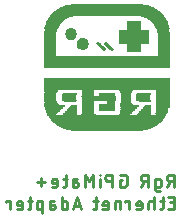
<source format=gbo>
G04 EAGLE Gerber RS-274X export*
G75*
%MOMM*%
%FSLAX34Y34*%
%LPD*%
%INBottom Silkscreen*%
%IPPOS*%
%AMOC8*
5,1,8,0,0,1.08239X$1,22.5*%
G01*
%ADD10C,0.228600*%
%ADD11R,6.016753X0.009144*%
%ADD12R,6.208778X0.009144*%
%ADD13R,6.345934X0.009144*%
%ADD14R,6.464809X0.009144*%
%ADD15R,6.565391X0.009147*%
%ADD16R,6.656834X0.009144*%
%ADD17R,6.748272X0.009144*%
%ADD18R,6.821422X0.009144*%
%ADD19R,6.894578X0.009144*%
%ADD20R,6.958584X0.009144*%
%ADD21R,7.022591X0.009144*%
%ADD22R,7.086600X0.009144*%
%ADD23R,7.150609X0.009144*%
%ADD24R,7.205472X0.009144*%
%ADD25R,7.260334X0.009144*%
%ADD26R,7.306056X0.009144*%
%ADD27R,7.351778X0.009147*%
%ADD28R,7.406641X0.009144*%
%ADD29R,7.461503X0.009144*%
%ADD30R,7.498078X0.009144*%
%ADD31R,7.552944X0.009144*%
%ADD32R,7.589522X0.009144*%
%ADD33R,7.626097X0.009144*%
%ADD34R,7.680959X0.009144*%
%ADD35R,7.717534X0.009144*%
%ADD36R,7.754109X0.009144*%
%ADD37R,7.790691X0.009144*%
%ADD38R,7.827266X0.009144*%
%ADD39R,7.863841X0.009144*%
%ADD40R,7.900416X0.009147*%
%ADD41R,7.936991X0.009144*%
%ADD42R,7.973566X0.009144*%
%ADD43R,8.010144X0.009144*%
%ADD44R,8.046722X0.009144*%
%ADD45R,8.074153X0.009144*%
%ADD46R,8.101584X0.009144*%
%ADD47R,8.138159X0.009144*%
%ADD48R,8.174734X0.009144*%
%ADD49R,8.202166X0.009144*%
%ADD50R,8.229600X0.009144*%
%ADD51R,8.266178X0.009144*%
%ADD52R,8.284466X0.009147*%
%ADD53R,8.321041X0.009144*%
%ADD54R,8.348472X0.009144*%
%ADD55R,8.375903X0.009144*%
%ADD56R,8.403334X0.009144*%
%ADD57R,8.430766X0.009144*%
%ADD58R,8.458200X0.009144*%
%ADD59R,8.485634X0.009144*%
%ADD60R,8.503922X0.009144*%
%ADD61R,8.540497X0.009144*%
%ADD62R,8.558784X0.009144*%
%ADD63R,8.586216X0.009144*%
%ADD64R,8.613647X0.009144*%
%ADD65R,8.631934X0.009147*%
%ADD66R,8.659366X0.009144*%
%ADD67R,8.686800X0.009144*%
%ADD68R,8.705091X0.009144*%
%ADD69R,8.723378X0.009144*%
%ADD70R,8.750809X0.009144*%
%ADD71R,8.778241X0.009144*%
%ADD72R,8.796528X0.009144*%
%ADD73R,8.814816X0.009144*%
%ADD74R,8.842247X0.009144*%
%ADD75R,8.869678X0.009144*%
%ADD76R,8.887966X0.009144*%
%ADD77R,8.906256X0.009147*%
%ADD78R,8.924544X0.009144*%
%ADD79R,8.942834X0.009144*%
%ADD80R,8.961122X0.009144*%
%ADD81R,8.988553X0.009144*%
%ADD82R,9.015984X0.009144*%
%ADD83R,9.034272X0.009144*%
%ADD84R,9.052559X0.009144*%
%ADD85R,9.070847X0.009144*%
%ADD86R,9.089134X0.009144*%
%ADD87R,9.107422X0.009144*%
%ADD88R,9.125709X0.009144*%
%ADD89R,9.144000X0.009144*%
%ADD90R,9.162291X0.009147*%
%ADD91R,9.180578X0.009144*%
%ADD92R,9.198866X0.009144*%
%ADD93R,9.217153X0.009144*%
%ADD94R,9.235441X0.009144*%
%ADD95R,9.253728X0.009144*%
%ADD96R,9.272016X0.009144*%
%ADD97R,9.290303X0.009144*%
%ADD98R,9.308591X0.009144*%
%ADD99R,9.326878X0.009144*%
%ADD100R,9.336022X0.009144*%
%ADD101R,9.354313X0.009144*%
%ADD102R,9.363456X0.009147*%
%ADD103R,9.381744X0.009144*%
%ADD104R,9.400034X0.009144*%
%ADD105R,9.418322X0.009144*%
%ADD106R,9.436609X0.009144*%
%ADD107R,9.454897X0.009144*%
%ADD108R,9.464041X0.009144*%
%ADD109R,9.473184X0.009144*%
%ADD110R,9.491472X0.009144*%
%ADD111R,9.509759X0.009144*%
%ADD112R,9.528047X0.009144*%
%ADD113R,9.546334X0.009144*%
%ADD114R,9.555478X0.009144*%
%ADD115R,9.564622X0.009147*%
%ADD116R,9.582909X0.009144*%
%ADD117R,9.601200X0.009144*%
%ADD118R,9.610344X0.009144*%
%ADD119R,9.619491X0.009144*%
%ADD120R,9.637778X0.009144*%
%ADD121R,9.656066X0.009144*%
%ADD122R,9.665209X0.009144*%
%ADD123R,9.674353X0.009144*%
%ADD124R,9.692641X0.009144*%
%ADD125R,9.710928X0.009144*%
%ADD126R,9.720072X0.009144*%
%ADD127R,9.729216X0.009147*%
%ADD128R,9.747503X0.009144*%
%ADD129R,9.756647X0.009144*%
%ADD130R,9.765791X0.009144*%
%ADD131R,9.784078X0.009144*%
%ADD132R,9.793222X0.009144*%
%ADD133R,9.802366X0.009144*%
%ADD134R,9.820656X0.009144*%
%ADD135R,9.829800X0.009144*%
%ADD136R,9.838944X0.009144*%
%ADD137R,9.857234X0.009144*%
%ADD138R,9.866378X0.009144*%
%ADD139R,9.875522X0.009144*%
%ADD140R,9.893809X0.009147*%
%ADD141R,9.893809X0.009144*%
%ADD142R,9.912097X0.009144*%
%ADD143R,9.921241X0.009144*%
%ADD144R,9.930384X0.009144*%
%ADD145R,9.948672X0.009144*%
%ADD146R,0.822959X0.009144*%
%ADD147R,1.216153X0.009144*%
%ADD148R,1.051559X0.009144*%
%ADD149R,1.335025X0.009144*%
%ADD150R,1.225297X0.009144*%
%ADD151R,0.530353X0.009144*%
%ADD152R,0.832103X0.009144*%
%ADD153R,1.207009X0.009144*%
%ADD154R,0.987553X0.009144*%
%ADD155R,1.261872X0.009144*%
%ADD156R,0.548641X0.009144*%
%ADD157R,1.197866X0.009144*%
%ADD158R,0.960122X0.009144*%
%ADD159R,0.566928X0.009144*%
%ADD160R,0.841247X0.009144*%
%ADD161R,1.188722X0.009144*%
%ADD162R,0.941831X0.009144*%
%ADD163R,1.188719X0.009144*%
%ADD164R,0.576072X0.009144*%
%ADD165R,0.850391X0.009144*%
%ADD166R,1.179575X0.009144*%
%ADD167R,0.923544X0.009144*%
%ADD168R,1.161288X0.009144*%
%ADD169R,0.594359X0.009144*%
%ADD170R,1.170431X0.009144*%
%ADD171R,0.914400X0.009144*%
%ADD172R,1.143000X0.009144*%
%ADD173R,0.603503X0.009144*%
%ADD174R,0.859534X0.009147*%
%ADD175R,1.161288X0.009147*%
%ADD176R,0.905256X0.009147*%
%ADD177R,1.124713X0.009147*%
%ADD178R,1.170431X0.009147*%
%ADD179R,0.621791X0.009147*%
%ADD180R,0.859534X0.009144*%
%ADD181R,0.896113X0.009144*%
%ADD182R,1.106425X0.009144*%
%ADD183R,0.630934X0.009144*%
%ADD184R,0.868678X0.009144*%
%ADD185R,1.152144X0.009144*%
%ADD186R,0.886969X0.009144*%
%ADD187R,1.088134X0.009144*%
%ADD188R,0.649222X0.009144*%
%ADD189R,1.078991X0.009144*%
%ADD190R,0.658366X0.009144*%
%ADD191R,0.877822X0.009144*%
%ADD192R,1.133856X0.009144*%
%ADD193R,0.886966X0.009144*%
%ADD194R,1.069847X0.009144*%
%ADD195R,0.676656X0.009144*%
%ADD196R,1.124713X0.009144*%
%ADD197R,1.060703X0.009144*%
%ADD198R,0.704091X0.009144*%
%ADD199R,1.115569X0.009144*%
%ADD200R,0.713234X0.009144*%
%ADD201R,1.042416X0.009144*%
%ADD202R,0.731522X0.009144*%
%ADD203R,1.097281X0.009144*%
%ADD204R,1.033272X0.009144*%
%ADD205R,0.740666X0.009144*%
%ADD206R,1.088137X0.009144*%
%ADD207R,0.758953X0.009144*%
%ADD208R,0.905256X0.009144*%
%ADD209R,1.078994X0.009144*%
%ADD210R,1.024128X0.009144*%
%ADD211R,0.768097X0.009144*%
%ADD212R,1.069850X0.009144*%
%ADD213R,1.014984X0.009144*%
%ADD214R,0.786384X0.009144*%
%ADD215R,0.795528X0.009144*%
%ADD216R,0.914400X0.009147*%
%ADD217R,1.051559X0.009147*%
%ADD218R,0.923544X0.009147*%
%ADD219R,1.005841X0.009147*%
%ADD220R,1.060703X0.009147*%
%ADD221R,0.813816X0.009147*%
%ADD222R,1.005841X0.009144*%
%ADD223R,0.932688X0.009144*%
%ADD224R,0.996697X0.009144*%
%ADD225R,0.950978X0.009144*%
%ADD226R,0.877825X0.009144*%
%ADD227R,0.950975X0.009144*%
%ADD228R,0.969266X0.009144*%
%ADD229R,0.978409X0.009144*%
%ADD230R,0.978406X0.009144*%
%ADD231R,0.960119X0.009144*%
%ADD232R,0.969263X0.009144*%
%ADD233R,0.969263X0.009147*%
%ADD234R,0.950975X0.009147*%
%ADD235R,0.978406X0.009147*%
%ADD236R,0.960119X0.009147*%
%ADD237R,0.987550X0.009144*%
%ADD238R,1.005837X0.009144*%
%ADD239R,1.014981X0.009144*%
%ADD240R,1.033275X0.009144*%
%ADD241R,1.042419X0.009144*%
%ADD242R,1.051562X0.009144*%
%ADD243R,0.996694X0.009144*%
%ADD244R,0.868681X0.009144*%
%ADD245R,0.859538X0.009144*%
%ADD246R,0.850394X0.009144*%
%ADD247R,1.097278X0.009144*%
%ADD248R,1.014984X0.009147*%
%ADD249R,0.841250X0.009147*%
%ADD250R,1.106422X0.009147*%
%ADD251R,0.841247X0.009147*%
%ADD252R,1.152144X0.009147*%
%ADD253R,1.124709X0.009144*%
%ADD254R,1.133853X0.009144*%
%ADD255R,1.426466X0.009144*%
%ADD256R,0.813816X0.009144*%
%ADD257R,0.804672X0.009144*%
%ADD258R,0.777241X0.009144*%
%ADD259R,1.243584X0.009144*%
%ADD260R,1.252728X0.009144*%
%ADD261R,1.271016X0.009144*%
%ADD262R,1.197863X0.009144*%
%ADD263R,1.289303X0.009144*%
%ADD264R,0.749809X0.009144*%
%ADD265R,1.207006X0.009144*%
%ADD266R,1.298447X0.009144*%
%ADD267R,0.740666X0.009147*%
%ADD268R,1.216150X0.009147*%
%ADD269R,1.426466X0.009147*%
%ADD270R,1.307591X0.009147*%
%ADD271R,1.225294X0.009144*%
%ADD272R,0.731519X0.009144*%
%ADD273R,1.316734X0.009144*%
%ADD274R,0.722375X0.009144*%
%ADD275R,1.234438X0.009144*%
%ADD276R,0.713231X0.009144*%
%ADD277R,1.344169X0.009144*%
%ADD278R,0.704088X0.009144*%
%ADD279R,1.353313X0.009144*%
%ADD280R,0.694944X0.009144*%
%ADD281R,1.371600X0.009144*%
%ADD282R,0.685800X0.009144*%
%ADD283R,1.280159X0.009144*%
%ADD284R,1.380744X0.009144*%
%ADD285R,1.389888X0.009144*%
%ADD286R,0.667513X0.009144*%
%ADD287R,1.408175X0.009144*%
%ADD288R,0.658369X0.009144*%
%ADD289R,1.307591X0.009144*%
%ADD290R,1.417319X0.009144*%
%ADD291R,0.649225X0.009144*%
%ADD292R,1.426462X0.009144*%
%ADD293R,0.640081X0.009144*%
%ADD294R,1.325878X0.009144*%
%ADD295R,1.444750X0.009144*%
%ADD296R,0.630938X0.009144*%
%ADD297R,1.335022X0.009144*%
%ADD298R,1.463037X0.009144*%
%ADD299R,1.088134X0.009147*%
%ADD300R,0.630938X0.009147*%
%ADD301R,1.344166X0.009147*%
%ADD302R,1.472181X0.009147*%
%ADD303R,0.621794X0.009144*%
%ADD304R,1.353309X0.009144*%
%ADD305R,0.621791X0.009144*%
%ADD306R,1.481328X0.009144*%
%ADD307R,0.612650X0.009144*%
%ADD308R,1.362456X0.009144*%
%ADD309R,0.612647X0.009144*%
%ADD310R,1.490472X0.009144*%
%ADD311R,1.508759X0.009144*%
%ADD312R,1.517903X0.009144*%
%ADD313R,0.585216X0.009144*%
%ADD314R,1.399031X0.009144*%
%ADD315R,1.527047X0.009144*%
%ADD316R,1.536191X0.009144*%
%ADD317R,1.554481X0.009144*%
%ADD318R,1.106422X0.009144*%
%ADD319R,0.557784X0.009144*%
%ADD320R,1.563625X0.009144*%
%ADD321R,1.435606X0.009144*%
%ADD322R,1.572769X0.009144*%
%ADD323R,0.539497X0.009144*%
%ADD324R,1.581913X0.009144*%
%ADD325R,1.453894X0.009144*%
%ADD326R,1.600200X0.009144*%
%ADD327R,1.115569X0.009147*%
%ADD328R,0.521209X0.009147*%
%ADD329R,1.463037X0.009147*%
%ADD330R,0.530353X0.009147*%
%ADD331R,1.618491X0.009147*%
%ADD332R,0.512066X0.009144*%
%ADD333R,1.472181X0.009144*%
%ADD334R,0.521209X0.009144*%
%ADD335R,1.627634X0.009144*%
%ADD336R,0.502922X0.009144*%
%ADD337R,1.636778X0.009144*%
%ADD338R,0.493775X0.009144*%
%ADD339R,0.502919X0.009144*%
%ADD340R,1.645922X0.009144*%
%ADD341R,1.499616X0.009144*%
%ADD342R,1.664209X0.009144*%
%ADD343R,0.484631X0.009144*%
%ADD344R,1.673353X0.009144*%
%ADD345R,0.475488X0.009144*%
%ADD346R,1.682497X0.009144*%
%ADD347R,0.466344X0.009144*%
%ADD348R,1.691641X0.009144*%
%ADD349R,0.457200X0.009144*%
%ADD350R,1.545334X0.009144*%
%ADD351R,1.700784X0.009144*%
%ADD352R,0.448056X0.009144*%
%ADD353R,1.554478X0.009144*%
%ADD354R,1.709928X0.009144*%
%ADD355R,0.438913X0.009144*%
%ADD356R,1.563622X0.009144*%
%ADD357R,1.728216X0.009144*%
%ADD358R,0.429769X0.009144*%
%ADD359R,1.737359X0.009144*%
%ADD360R,1.133856X0.009147*%
%ADD361R,1.143000X0.009147*%
%ADD362R,1.316738X0.009147*%
%ADD363R,1.115566X0.009144*%
%ADD364R,0.685800X0.009147*%
%ADD365R,0.896109X0.009144*%
%ADD366R,0.896109X0.009147*%
%ADD367R,0.877822X0.009147*%
%ADD368R,1.078991X0.009147*%
%ADD369R,2.825497X0.009144*%
%ADD370R,1.216153X0.009147*%
%ADD371R,0.868678X0.009147*%
%ADD372R,2.825497X0.009147*%
%ADD373R,1.225297X0.009147*%
%ADD374R,1.234441X0.009144*%
%ADD375R,1.234441X0.009147*%
%ADD376R,0.886966X0.009147*%
%ADD377R,0.932688X0.009147*%
%ADD378R,0.987553X0.009147*%
%ADD379R,1.106425X0.009147*%
%ADD380R,1.042416X0.009147*%
%ADD381R,1.472184X0.009144*%
%ADD382R,1.591056X0.009147*%
%ADD383R,1.325878X0.009147*%
%ADD384R,1.426462X0.009147*%
%ADD385R,10.643616X0.009144*%
%ADD386R,10.643616X0.009147*%
%ADD387R,10.625328X0.009144*%
%ADD388R,1.033272X0.009147*%
%ADD389R,0.073153X0.009144*%
%ADD390R,0.109728X0.009144*%
%ADD391R,0.128016X0.009144*%
%ADD392R,0.146303X0.009144*%
%ADD393R,0.173738X0.009144*%
%ADD394R,0.164591X0.009144*%
%ADD395R,0.192025X0.009144*%
%ADD396R,0.182878X0.009144*%
%ADD397R,0.201169X0.009144*%
%ADD398R,0.201166X0.009144*%
%ADD399R,0.219456X0.009144*%
%ADD400R,0.237744X0.009147*%
%ADD401R,0.228600X0.009147*%
%ADD402R,0.246888X0.009144*%
%ADD403R,0.256034X0.009144*%
%ADD404R,0.256031X0.009144*%
%ADD405R,0.265178X0.009144*%
%ADD406R,0.265175X0.009144*%
%ADD407R,0.274322X0.009144*%
%ADD408R,0.274319X0.009144*%
%ADD409R,0.283466X0.009144*%
%ADD410R,0.283463X0.009144*%
%ADD411R,0.292609X0.009144*%
%ADD412R,0.292606X0.009144*%
%ADD413R,0.301753X0.009144*%
%ADD414R,0.228600X0.009144*%
%ADD415R,0.310897X0.009144*%
%ADD416R,0.320041X0.009144*%
%ADD417R,0.347472X0.009144*%
%ADD418R,0.384047X0.009144*%
%ADD419R,0.329184X0.009144*%
%ADD420R,0.320038X0.009144*%
%ADD421R,0.420622X0.009144*%
%ADD422R,0.329181X0.009144*%
%ADD423R,0.493778X0.009144*%
%ADD424R,0.329184X0.009147*%
%ADD425R,0.640078X0.009144*%
%ADD426R,0.749809X0.009147*%
%ADD427R,0.310894X0.009144*%
%ADD428R,0.301750X0.009144*%
%ADD429R,0.237744X0.009144*%
%ADD430R,0.219456X0.009147*%
%ADD431R,0.210313X0.009147*%
%ADD432R,2.596894X0.009144*%
%ADD433R,0.173734X0.009144*%
%ADD434R,0.182881X0.009144*%
%ADD435R,0.155447X0.009144*%
%ADD436R,0.164594X0.009144*%
%ADD437R,0.137159X0.009144*%
%ADD438R,0.146306X0.009144*%
%ADD439R,0.118872X0.009144*%
%ADD440R,0.128019X0.009144*%
%ADD441R,0.100584X0.009144*%
%ADD442R,0.064009X0.009144*%
%ADD443R,0.064006X0.009144*%
%ADD444R,2.596894X0.009147*%
%ADD445R,0.731522X0.009147*%
%ADD446R,0.475488X0.009147*%
%ADD447R,0.365759X0.009147*%
%ADD448R,0.402334X0.009144*%
%ADD449R,0.411478X0.009144*%
%ADD450R,0.438909X0.009144*%
%ADD451R,0.365759X0.009144*%
%ADD452R,0.475491X0.009144*%
%ADD453R,0.667509X0.009144*%
%ADD454R,0.694944X0.009147*%
%ADD455R,0.905253X0.009144*%
%ADD456R,0.923547X0.009144*%
%ADD457R,0.923547X0.009147*%
%ADD458R,0.932691X0.009144*%
%ADD459R,0.932691X0.009147*%
%ADD460R,1.069850X0.009147*%
%ADD461R,0.786384X0.009147*%
%ADD462R,1.069847X0.009147*%
%ADD463R,0.722378X0.009144*%
%ADD464R,1.078994X0.009147*%
%ADD465R,0.566928X0.009147*%
%ADD466R,0.429766X0.009144*%
%ADD467R,1.124709X0.009147*%
%ADD468R,1.179578X0.009144*%
%ADD469R,1.188722X0.009147*%
%ADD470R,1.197866X0.009147*%
%ADD471R,1.216150X0.009144*%
%ADD472R,1.234438X0.009147*%
%ADD473R,1.243581X0.009144*%
%ADD474R,1.289303X0.009147*%
%ADD475R,1.298450X0.009144*%
%ADD476R,1.307594X0.009144*%
%ADD477R,1.316738X0.009144*%
%ADD478R,1.325881X0.009144*%
%ADD479R,1.344166X0.009144*%
%ADD480R,1.353309X0.009147*%
%ADD481R,1.362453X0.009144*%
%ADD482R,1.435609X0.009144*%
%ADD483R,1.444753X0.009144*%
%ADD484R,1.453897X0.009147*%
%ADD485R,1.463041X0.009144*%
%ADD486R,1.453897X0.009144*%
%ADD487R,1.499619X0.009144*%
%ADD488R,1.508763X0.009144*%
%ADD489R,1.517906X0.009144*%
%ADD490R,1.527050X0.009144*%
%ADD491R,1.581913X0.009147*%
%ADD492R,1.572766X0.009147*%
%ADD493R,1.591056X0.009144*%
%ADD494R,1.609344X0.009144*%
%ADD495R,1.618488X0.009144*%
%ADD496R,1.636775X0.009144*%
%ADD497R,1.655063X0.009144*%
%ADD498R,1.728219X0.009144*%
%ADD499R,1.755650X0.009144*%
%ADD500R,1.773938X0.009144*%
%ADD501R,1.801366X0.009144*%
%ADD502R,1.801369X0.009144*%
%ADD503R,1.828800X0.009147*%
%ADD504R,1.837947X0.009147*%
%ADD505R,1.865375X0.009144*%
%ADD506R,1.911094X0.009144*%
%ADD507R,1.901950X0.009144*%
%ADD508R,1.956816X0.009144*%
%ADD509R,1.947672X0.009144*%
%ADD510R,2.020825X0.009144*%
%ADD511R,2.011678X0.009144*%
%ADD512R,9.518903X0.009144*%
%ADD513R,9.427466X0.009144*%
%ADD514R,9.418322X0.009147*%
%ADD515R,9.363456X0.009144*%
%ADD516R,9.345166X0.009144*%
%ADD517R,9.281159X0.009144*%
%ADD518R,9.262872X0.009144*%
%ADD519R,9.244584X0.009144*%
%ADD520R,9.226297X0.009144*%
%ADD521R,9.208009X0.009144*%
%ADD522R,9.198866X0.009147*%
%ADD523R,9.162291X0.009144*%
%ADD524R,9.116566X0.009144*%
%ADD525R,9.098278X0.009144*%
%ADD526R,9.079991X0.009144*%
%ADD527R,9.061703X0.009144*%
%ADD528R,8.997697X0.009144*%
%ADD529R,8.979409X0.009144*%
%ADD530R,8.961122X0.009147*%
%ADD531R,8.897113X0.009144*%
%ADD532R,8.878822X0.009144*%
%ADD533R,8.851391X0.009144*%
%ADD534R,8.833103X0.009144*%
%ADD535R,8.769097X0.009144*%
%ADD536R,8.741666X0.009144*%
%ADD537R,8.668509X0.009147*%
%ADD538R,8.650222X0.009144*%
%ADD539R,8.631934X0.009144*%
%ADD540R,8.595359X0.009144*%
%ADD541R,8.577072X0.009144*%
%ADD542R,8.522209X0.009144*%
%ADD543R,8.467344X0.009144*%
%ADD544R,8.449056X0.009144*%
%ADD545R,8.421622X0.009144*%
%ADD546R,8.394191X0.009144*%
%ADD547R,8.366759X0.009147*%
%ADD548R,8.339328X0.009144*%
%ADD549R,8.302753X0.009144*%
%ADD550R,8.284466X0.009144*%
%ADD551R,8.247891X0.009144*%
%ADD552R,8.220456X0.009144*%
%ADD553R,8.193022X0.009144*%
%ADD554R,8.156447X0.009144*%
%ADD555R,8.129016X0.009144*%
%ADD556R,8.065009X0.009144*%
%ADD557R,8.028434X0.009144*%
%ADD558R,7.991856X0.009144*%
%ADD559R,7.955278X0.009147*%
%ADD560R,7.927847X0.009144*%
%ADD561R,7.891272X0.009144*%
%ADD562R,7.854697X0.009144*%
%ADD563R,7.818122X0.009144*%
%ADD564R,7.772400X0.009144*%
%ADD565R,7.735822X0.009144*%
%ADD566R,7.699247X0.009144*%
%ADD567R,7.662672X0.009144*%
%ADD568R,7.616953X0.009144*%
%ADD569R,7.571234X0.009144*%
%ADD570R,7.534656X0.009144*%
%ADD571R,7.479791X0.009147*%
%ADD572R,7.443216X0.009144*%
%ADD573R,7.388353X0.009144*%
%ADD574R,7.342634X0.009144*%
%ADD575R,7.296909X0.009144*%
%ADD576R,7.242047X0.009144*%
%ADD577R,7.187184X0.009144*%
%ADD578R,7.123178X0.009144*%
%ADD579R,7.059166X0.009144*%
%ADD580R,7.004303X0.009144*%
%ADD581R,6.931153X0.009144*%
%ADD582R,6.867144X0.009144*%
%ADD583R,6.793991X0.009144*%
%ADD584R,6.711697X0.009147*%
%ADD585R,6.629400X0.009144*%
%ADD586R,6.528816X0.009144*%
%ADD587R,6.428234X0.009144*%
%ADD588R,6.309359X0.009144*%
%ADD589R,6.153913X0.009144*%
%ADD590R,5.925309X0.009144*%


D10*
X385857Y35193D02*
X385857Y45607D01*
X382964Y45607D01*
X382857Y45605D01*
X382750Y45599D01*
X382644Y45589D01*
X382538Y45575D01*
X382432Y45558D01*
X382328Y45536D01*
X382224Y45511D01*
X382121Y45481D01*
X382019Y45448D01*
X381919Y45412D01*
X381820Y45371D01*
X381723Y45327D01*
X381627Y45279D01*
X381533Y45228D01*
X381441Y45174D01*
X381351Y45116D01*
X381264Y45054D01*
X381178Y44990D01*
X381095Y44923D01*
X381015Y44852D01*
X380937Y44778D01*
X380862Y44702D01*
X380790Y44623D01*
X380721Y44542D01*
X380655Y44457D01*
X380592Y44371D01*
X380533Y44282D01*
X380477Y44191D01*
X380424Y44098D01*
X380374Y44004D01*
X380328Y43907D01*
X380286Y43809D01*
X380248Y43709D01*
X380213Y43608D01*
X380181Y43506D01*
X380154Y43402D01*
X380131Y43298D01*
X380111Y43193D01*
X380095Y43087D01*
X380083Y42981D01*
X380075Y42874D01*
X380071Y42767D01*
X380071Y42661D01*
X380075Y42554D01*
X380083Y42447D01*
X380095Y42341D01*
X380111Y42235D01*
X380131Y42130D01*
X380154Y42026D01*
X380181Y41922D01*
X380213Y41820D01*
X380248Y41719D01*
X380286Y41619D01*
X380328Y41521D01*
X380374Y41424D01*
X380424Y41330D01*
X380477Y41237D01*
X380533Y41146D01*
X380592Y41057D01*
X380655Y40971D01*
X380721Y40886D01*
X380790Y40805D01*
X380862Y40726D01*
X380937Y40650D01*
X381015Y40576D01*
X381095Y40505D01*
X381178Y40438D01*
X381264Y40374D01*
X381351Y40312D01*
X381441Y40254D01*
X381533Y40200D01*
X381627Y40149D01*
X381723Y40101D01*
X381820Y40057D01*
X381919Y40016D01*
X382019Y39980D01*
X382121Y39947D01*
X382224Y39917D01*
X382328Y39892D01*
X382432Y39870D01*
X382538Y39853D01*
X382644Y39839D01*
X382750Y39829D01*
X382857Y39823D01*
X382964Y39821D01*
X385857Y39821D01*
X382386Y39821D02*
X380071Y35193D01*
X373090Y35193D02*
X370197Y35193D01*
X373090Y35193D02*
X373173Y35195D01*
X373255Y35201D01*
X373337Y35211D01*
X373419Y35224D01*
X373499Y35242D01*
X373579Y35263D01*
X373658Y35288D01*
X373735Y35317D01*
X373811Y35350D01*
X373885Y35386D01*
X373958Y35426D01*
X374029Y35469D01*
X374097Y35515D01*
X374163Y35564D01*
X374227Y35617D01*
X374288Y35673D01*
X374346Y35731D01*
X374402Y35792D01*
X374455Y35856D01*
X374504Y35922D01*
X374550Y35990D01*
X374593Y36061D01*
X374633Y36134D01*
X374669Y36208D01*
X374702Y36284D01*
X374731Y36361D01*
X374756Y36440D01*
X374777Y36520D01*
X374795Y36600D01*
X374808Y36682D01*
X374818Y36764D01*
X374824Y36846D01*
X374826Y36929D01*
X374826Y40400D01*
X374824Y40483D01*
X374818Y40565D01*
X374808Y40647D01*
X374795Y40729D01*
X374777Y40809D01*
X374756Y40889D01*
X374731Y40968D01*
X374702Y41045D01*
X374669Y41121D01*
X374633Y41195D01*
X374593Y41268D01*
X374550Y41339D01*
X374504Y41407D01*
X374455Y41473D01*
X374402Y41537D01*
X374346Y41598D01*
X374288Y41656D01*
X374227Y41712D01*
X374163Y41765D01*
X374097Y41814D01*
X374029Y41860D01*
X373958Y41903D01*
X373885Y41943D01*
X373811Y41979D01*
X373735Y42012D01*
X373658Y42041D01*
X373579Y42066D01*
X373499Y42087D01*
X373419Y42105D01*
X373337Y42118D01*
X373255Y42128D01*
X373173Y42134D01*
X373090Y42136D01*
X370197Y42136D01*
X370197Y33457D01*
X370199Y33374D01*
X370205Y33292D01*
X370215Y33210D01*
X370228Y33128D01*
X370246Y33048D01*
X370267Y32968D01*
X370292Y32889D01*
X370321Y32812D01*
X370354Y32736D01*
X370390Y32662D01*
X370430Y32589D01*
X370473Y32518D01*
X370519Y32450D01*
X370568Y32384D01*
X370621Y32320D01*
X370677Y32259D01*
X370735Y32201D01*
X370796Y32145D01*
X370860Y32092D01*
X370926Y32043D01*
X370994Y31997D01*
X371065Y31954D01*
X371138Y31914D01*
X371212Y31878D01*
X371288Y31845D01*
X371365Y31816D01*
X371444Y31791D01*
X371524Y31770D01*
X371604Y31752D01*
X371686Y31739D01*
X371768Y31729D01*
X371850Y31723D01*
X371933Y31721D01*
X371933Y31722D02*
X374247Y31722D01*
X363759Y35193D02*
X363759Y45607D01*
X360866Y45607D01*
X360759Y45605D01*
X360652Y45599D01*
X360546Y45589D01*
X360440Y45575D01*
X360334Y45558D01*
X360230Y45536D01*
X360126Y45511D01*
X360023Y45481D01*
X359921Y45448D01*
X359821Y45412D01*
X359722Y45371D01*
X359625Y45327D01*
X359529Y45279D01*
X359435Y45228D01*
X359343Y45174D01*
X359253Y45116D01*
X359166Y45054D01*
X359080Y44990D01*
X358997Y44923D01*
X358917Y44852D01*
X358839Y44778D01*
X358764Y44702D01*
X358692Y44623D01*
X358623Y44542D01*
X358557Y44457D01*
X358494Y44371D01*
X358435Y44282D01*
X358379Y44191D01*
X358326Y44098D01*
X358276Y44004D01*
X358230Y43907D01*
X358188Y43809D01*
X358150Y43709D01*
X358115Y43608D01*
X358083Y43506D01*
X358056Y43402D01*
X358033Y43298D01*
X358013Y43193D01*
X357997Y43087D01*
X357985Y42981D01*
X357977Y42874D01*
X357973Y42767D01*
X357973Y42661D01*
X357977Y42554D01*
X357985Y42447D01*
X357997Y42341D01*
X358013Y42235D01*
X358033Y42130D01*
X358056Y42026D01*
X358083Y41922D01*
X358115Y41820D01*
X358150Y41719D01*
X358188Y41619D01*
X358230Y41521D01*
X358276Y41424D01*
X358326Y41330D01*
X358379Y41237D01*
X358435Y41146D01*
X358494Y41057D01*
X358557Y40971D01*
X358623Y40886D01*
X358692Y40805D01*
X358764Y40726D01*
X358839Y40650D01*
X358917Y40576D01*
X358997Y40505D01*
X359080Y40438D01*
X359166Y40374D01*
X359253Y40312D01*
X359343Y40254D01*
X359435Y40200D01*
X359529Y40149D01*
X359625Y40101D01*
X359722Y40057D01*
X359821Y40016D01*
X359921Y39980D01*
X360023Y39947D01*
X360126Y39917D01*
X360230Y39892D01*
X360334Y39870D01*
X360440Y39853D01*
X360546Y39839D01*
X360652Y39829D01*
X360759Y39823D01*
X360866Y39821D01*
X363759Y39821D01*
X360288Y39821D02*
X357974Y35193D01*
X341922Y40979D02*
X340186Y40979D01*
X340186Y35193D01*
X343658Y35193D01*
X343751Y35195D01*
X343844Y35201D01*
X343937Y35210D01*
X344029Y35223D01*
X344121Y35240D01*
X344212Y35260D01*
X344302Y35284D01*
X344391Y35312D01*
X344479Y35343D01*
X344565Y35378D01*
X344650Y35416D01*
X344733Y35458D01*
X344815Y35503D01*
X344895Y35551D01*
X344973Y35603D01*
X345048Y35657D01*
X345121Y35715D01*
X345192Y35775D01*
X345261Y35838D01*
X345327Y35904D01*
X345390Y35973D01*
X345450Y36044D01*
X345508Y36117D01*
X345562Y36193D01*
X345614Y36270D01*
X345662Y36350D01*
X345707Y36432D01*
X345749Y36515D01*
X345787Y36600D01*
X345822Y36686D01*
X345853Y36774D01*
X345881Y36863D01*
X345905Y36953D01*
X345925Y37044D01*
X345942Y37136D01*
X345955Y37228D01*
X345964Y37321D01*
X345970Y37414D01*
X345972Y37507D01*
X345972Y43293D01*
X345971Y43293D02*
X345969Y43389D01*
X345963Y43484D01*
X345953Y43579D01*
X345939Y43674D01*
X345922Y43768D01*
X345900Y43861D01*
X345875Y43953D01*
X345846Y44044D01*
X345813Y44134D01*
X345776Y44223D01*
X345736Y44309D01*
X345692Y44394D01*
X345645Y44477D01*
X345594Y44559D01*
X345540Y44638D01*
X345483Y44714D01*
X345423Y44789D01*
X345359Y44860D01*
X345293Y44929D01*
X345224Y44995D01*
X345153Y45059D01*
X345078Y45119D01*
X345002Y45176D01*
X344923Y45230D01*
X344842Y45281D01*
X344758Y45328D01*
X344673Y45372D01*
X344587Y45412D01*
X344498Y45449D01*
X344408Y45482D01*
X344317Y45511D01*
X344225Y45536D01*
X344132Y45558D01*
X344038Y45575D01*
X343943Y45589D01*
X343848Y45599D01*
X343753Y45605D01*
X343657Y45607D01*
X343658Y45607D02*
X340186Y45607D01*
X333505Y45607D02*
X333505Y35193D01*
X333505Y45607D02*
X330612Y45607D01*
X330505Y45605D01*
X330398Y45599D01*
X330292Y45589D01*
X330186Y45575D01*
X330080Y45558D01*
X329976Y45536D01*
X329872Y45511D01*
X329769Y45481D01*
X329667Y45448D01*
X329567Y45412D01*
X329468Y45371D01*
X329371Y45327D01*
X329275Y45279D01*
X329181Y45228D01*
X329089Y45174D01*
X328999Y45116D01*
X328912Y45054D01*
X328826Y44990D01*
X328743Y44923D01*
X328663Y44852D01*
X328585Y44778D01*
X328510Y44702D01*
X328438Y44623D01*
X328369Y44542D01*
X328303Y44457D01*
X328240Y44371D01*
X328181Y44282D01*
X328125Y44191D01*
X328072Y44098D01*
X328022Y44004D01*
X327976Y43907D01*
X327934Y43809D01*
X327896Y43709D01*
X327861Y43608D01*
X327829Y43506D01*
X327802Y43402D01*
X327779Y43298D01*
X327759Y43193D01*
X327743Y43087D01*
X327731Y42981D01*
X327723Y42874D01*
X327719Y42767D01*
X327719Y42661D01*
X327723Y42554D01*
X327731Y42447D01*
X327743Y42341D01*
X327759Y42235D01*
X327779Y42130D01*
X327802Y42026D01*
X327829Y41922D01*
X327861Y41820D01*
X327896Y41719D01*
X327934Y41619D01*
X327976Y41521D01*
X328022Y41424D01*
X328072Y41330D01*
X328125Y41237D01*
X328181Y41146D01*
X328240Y41057D01*
X328303Y40971D01*
X328369Y40886D01*
X328438Y40805D01*
X328510Y40726D01*
X328585Y40650D01*
X328663Y40576D01*
X328743Y40505D01*
X328826Y40438D01*
X328912Y40374D01*
X328999Y40312D01*
X329089Y40254D01*
X329181Y40200D01*
X329275Y40149D01*
X329371Y40101D01*
X329468Y40057D01*
X329567Y40016D01*
X329667Y39980D01*
X329769Y39947D01*
X329872Y39917D01*
X329976Y39892D01*
X330080Y39870D01*
X330186Y39853D01*
X330292Y39839D01*
X330398Y39829D01*
X330505Y39823D01*
X330612Y39821D01*
X333505Y39821D01*
X323267Y42136D02*
X323267Y35193D01*
X323556Y45028D02*
X323556Y45607D01*
X322978Y45607D01*
X322978Y45028D01*
X323556Y45028D01*
X317594Y45607D02*
X317594Y35193D01*
X314123Y39821D02*
X317594Y45607D01*
X314123Y39821D02*
X310652Y45607D01*
X310652Y35193D01*
X302697Y39243D02*
X300094Y39243D01*
X302697Y39243D02*
X302785Y39241D01*
X302873Y39235D01*
X302961Y39226D01*
X303049Y39212D01*
X303135Y39195D01*
X303221Y39174D01*
X303306Y39149D01*
X303390Y39121D01*
X303472Y39089D01*
X303553Y39053D01*
X303632Y39014D01*
X303710Y38972D01*
X303785Y38926D01*
X303858Y38877D01*
X303930Y38825D01*
X303999Y38769D01*
X304065Y38711D01*
X304129Y38650D01*
X304190Y38586D01*
X304248Y38520D01*
X304304Y38451D01*
X304356Y38379D01*
X304405Y38306D01*
X304451Y38230D01*
X304493Y38153D01*
X304532Y38074D01*
X304568Y37993D01*
X304600Y37911D01*
X304628Y37827D01*
X304653Y37742D01*
X304674Y37656D01*
X304691Y37570D01*
X304705Y37482D01*
X304714Y37394D01*
X304720Y37306D01*
X304722Y37218D01*
X304720Y37130D01*
X304714Y37042D01*
X304705Y36954D01*
X304691Y36866D01*
X304674Y36780D01*
X304653Y36694D01*
X304628Y36609D01*
X304600Y36525D01*
X304568Y36443D01*
X304532Y36362D01*
X304493Y36283D01*
X304451Y36206D01*
X304405Y36130D01*
X304356Y36057D01*
X304304Y35985D01*
X304248Y35916D01*
X304190Y35850D01*
X304129Y35786D01*
X304065Y35725D01*
X303999Y35667D01*
X303930Y35611D01*
X303858Y35559D01*
X303785Y35510D01*
X303710Y35464D01*
X303632Y35422D01*
X303553Y35383D01*
X303472Y35347D01*
X303390Y35315D01*
X303306Y35287D01*
X303221Y35262D01*
X303135Y35241D01*
X303049Y35224D01*
X302961Y35210D01*
X302873Y35201D01*
X302785Y35195D01*
X302697Y35193D01*
X300094Y35193D01*
X300094Y40400D01*
X300093Y40400D02*
X300095Y40483D01*
X300101Y40565D01*
X300111Y40647D01*
X300124Y40729D01*
X300142Y40809D01*
X300163Y40889D01*
X300188Y40968D01*
X300217Y41045D01*
X300250Y41121D01*
X300286Y41195D01*
X300326Y41268D01*
X300369Y41339D01*
X300415Y41407D01*
X300464Y41473D01*
X300517Y41537D01*
X300573Y41598D01*
X300631Y41656D01*
X300692Y41712D01*
X300756Y41765D01*
X300822Y41814D01*
X300890Y41860D01*
X300961Y41903D01*
X301034Y41943D01*
X301108Y41979D01*
X301184Y42012D01*
X301261Y42041D01*
X301340Y42066D01*
X301420Y42087D01*
X301500Y42105D01*
X301582Y42118D01*
X301664Y42128D01*
X301746Y42134D01*
X301829Y42136D01*
X304143Y42136D01*
X295435Y42136D02*
X291964Y42136D01*
X294278Y45607D02*
X294278Y36929D01*
X294276Y36846D01*
X294270Y36764D01*
X294260Y36682D01*
X294247Y36600D01*
X294229Y36520D01*
X294208Y36440D01*
X294183Y36361D01*
X294154Y36284D01*
X294121Y36208D01*
X294085Y36134D01*
X294045Y36061D01*
X294002Y35990D01*
X293956Y35922D01*
X293907Y35856D01*
X293854Y35792D01*
X293798Y35731D01*
X293740Y35673D01*
X293679Y35617D01*
X293615Y35564D01*
X293549Y35515D01*
X293481Y35469D01*
X293410Y35426D01*
X293338Y35386D01*
X293263Y35350D01*
X293187Y35317D01*
X293110Y35288D01*
X293031Y35263D01*
X292951Y35242D01*
X292871Y35224D01*
X292789Y35211D01*
X292707Y35201D01*
X292625Y35195D01*
X292542Y35193D01*
X291964Y35193D01*
X285365Y35193D02*
X282472Y35193D01*
X285365Y35193D02*
X285448Y35195D01*
X285530Y35201D01*
X285612Y35211D01*
X285694Y35224D01*
X285774Y35242D01*
X285854Y35263D01*
X285933Y35288D01*
X286010Y35317D01*
X286086Y35350D01*
X286160Y35386D01*
X286233Y35426D01*
X286304Y35469D01*
X286372Y35515D01*
X286438Y35564D01*
X286502Y35617D01*
X286563Y35673D01*
X286621Y35731D01*
X286677Y35792D01*
X286730Y35856D01*
X286779Y35922D01*
X286825Y35990D01*
X286868Y36061D01*
X286908Y36134D01*
X286944Y36208D01*
X286977Y36284D01*
X287006Y36361D01*
X287031Y36440D01*
X287052Y36520D01*
X287070Y36600D01*
X287083Y36682D01*
X287093Y36764D01*
X287099Y36846D01*
X287101Y36929D01*
X287100Y36929D02*
X287100Y39821D01*
X287098Y39915D01*
X287092Y40010D01*
X287083Y40104D01*
X287069Y40197D01*
X287052Y40290D01*
X287031Y40382D01*
X287006Y40473D01*
X286978Y40563D01*
X286946Y40652D01*
X286910Y40739D01*
X286871Y40825D01*
X286828Y40909D01*
X286782Y40992D01*
X286733Y41072D01*
X286680Y41150D01*
X286624Y41227D01*
X286565Y41300D01*
X286504Y41372D01*
X286439Y41440D01*
X286371Y41507D01*
X286301Y41570D01*
X286229Y41630D01*
X286154Y41688D01*
X286076Y41742D01*
X285997Y41793D01*
X285916Y41841D01*
X285832Y41885D01*
X285747Y41926D01*
X285661Y41963D01*
X285573Y41997D01*
X285483Y42028D01*
X285393Y42054D01*
X285301Y42077D01*
X285208Y42096D01*
X285115Y42111D01*
X285022Y42123D01*
X284928Y42131D01*
X284833Y42135D01*
X284739Y42135D01*
X284644Y42131D01*
X284550Y42123D01*
X284457Y42111D01*
X284364Y42096D01*
X284271Y42077D01*
X284179Y42054D01*
X284089Y42028D01*
X283999Y41997D01*
X283911Y41963D01*
X283825Y41926D01*
X283740Y41885D01*
X283656Y41841D01*
X283575Y41793D01*
X283496Y41742D01*
X283418Y41688D01*
X283343Y41630D01*
X283271Y41570D01*
X283201Y41507D01*
X283133Y41440D01*
X283068Y41372D01*
X283007Y41300D01*
X282948Y41227D01*
X282892Y41150D01*
X282839Y41072D01*
X282790Y40992D01*
X282744Y40909D01*
X282701Y40825D01*
X282662Y40739D01*
X282626Y40652D01*
X282594Y40563D01*
X282566Y40473D01*
X282541Y40382D01*
X282520Y40290D01*
X282503Y40197D01*
X282489Y40104D01*
X282480Y40010D01*
X282474Y39915D01*
X282472Y39821D01*
X282472Y38664D01*
X287100Y38664D01*
X276827Y39243D02*
X269885Y39243D01*
X273356Y35772D02*
X273356Y42714D01*
X381229Y16143D02*
X385857Y16143D01*
X385857Y26557D01*
X381229Y26557D01*
X382386Y21929D02*
X385857Y21929D01*
X377648Y23086D02*
X374176Y23086D01*
X376491Y26557D02*
X376491Y17879D01*
X376489Y17796D01*
X376483Y17714D01*
X376473Y17632D01*
X376460Y17550D01*
X376442Y17470D01*
X376421Y17390D01*
X376396Y17311D01*
X376367Y17234D01*
X376334Y17158D01*
X376298Y17084D01*
X376258Y17011D01*
X376215Y16940D01*
X376169Y16872D01*
X376120Y16806D01*
X376067Y16742D01*
X376011Y16681D01*
X375953Y16623D01*
X375892Y16567D01*
X375828Y16514D01*
X375762Y16465D01*
X375694Y16419D01*
X375623Y16376D01*
X375551Y16336D01*
X375476Y16300D01*
X375400Y16267D01*
X375323Y16238D01*
X375244Y16213D01*
X375164Y16192D01*
X375084Y16174D01*
X375002Y16161D01*
X374920Y16151D01*
X374838Y16145D01*
X374755Y16143D01*
X374176Y16143D01*
X368932Y16143D02*
X368932Y26557D01*
X368932Y23086D02*
X366039Y23086D01*
X365956Y23084D01*
X365874Y23078D01*
X365792Y23068D01*
X365710Y23055D01*
X365630Y23037D01*
X365550Y23016D01*
X365471Y22991D01*
X365394Y22962D01*
X365318Y22929D01*
X365244Y22893D01*
X365171Y22853D01*
X365100Y22810D01*
X365032Y22764D01*
X364966Y22715D01*
X364902Y22662D01*
X364841Y22606D01*
X364783Y22548D01*
X364727Y22487D01*
X364674Y22423D01*
X364625Y22357D01*
X364579Y22289D01*
X364536Y22218D01*
X364496Y22146D01*
X364460Y22071D01*
X364427Y21995D01*
X364398Y21918D01*
X364373Y21839D01*
X364352Y21759D01*
X364334Y21679D01*
X364321Y21597D01*
X364311Y21515D01*
X364305Y21433D01*
X364303Y21350D01*
X364304Y21350D02*
X364304Y16143D01*
X356910Y16143D02*
X354017Y16143D01*
X356910Y16143D02*
X356993Y16145D01*
X357075Y16151D01*
X357157Y16161D01*
X357239Y16174D01*
X357319Y16192D01*
X357399Y16213D01*
X357478Y16238D01*
X357555Y16267D01*
X357631Y16300D01*
X357705Y16336D01*
X357778Y16376D01*
X357849Y16419D01*
X357917Y16465D01*
X357983Y16514D01*
X358047Y16567D01*
X358108Y16623D01*
X358166Y16681D01*
X358222Y16742D01*
X358275Y16806D01*
X358324Y16872D01*
X358370Y16940D01*
X358413Y17011D01*
X358453Y17084D01*
X358489Y17158D01*
X358522Y17234D01*
X358551Y17311D01*
X358576Y17390D01*
X358597Y17470D01*
X358615Y17550D01*
X358628Y17632D01*
X358638Y17714D01*
X358644Y17796D01*
X358646Y17879D01*
X358645Y17879D02*
X358645Y20771D01*
X358643Y20865D01*
X358637Y20960D01*
X358628Y21054D01*
X358614Y21147D01*
X358597Y21240D01*
X358576Y21332D01*
X358551Y21423D01*
X358523Y21513D01*
X358491Y21602D01*
X358455Y21689D01*
X358416Y21775D01*
X358373Y21859D01*
X358327Y21942D01*
X358278Y22022D01*
X358225Y22100D01*
X358169Y22177D01*
X358110Y22250D01*
X358049Y22322D01*
X357984Y22390D01*
X357916Y22457D01*
X357846Y22520D01*
X357774Y22580D01*
X357699Y22638D01*
X357621Y22692D01*
X357542Y22743D01*
X357461Y22791D01*
X357377Y22835D01*
X357292Y22876D01*
X357206Y22913D01*
X357118Y22947D01*
X357028Y22978D01*
X356938Y23004D01*
X356846Y23027D01*
X356753Y23046D01*
X356660Y23061D01*
X356567Y23073D01*
X356473Y23081D01*
X356378Y23085D01*
X356284Y23085D01*
X356189Y23081D01*
X356095Y23073D01*
X356002Y23061D01*
X355909Y23046D01*
X355816Y23027D01*
X355724Y23004D01*
X355634Y22978D01*
X355544Y22947D01*
X355456Y22913D01*
X355370Y22876D01*
X355285Y22835D01*
X355201Y22791D01*
X355120Y22743D01*
X355041Y22692D01*
X354963Y22638D01*
X354888Y22580D01*
X354816Y22520D01*
X354746Y22457D01*
X354678Y22390D01*
X354613Y22322D01*
X354552Y22250D01*
X354493Y22177D01*
X354437Y22100D01*
X354384Y22022D01*
X354335Y21942D01*
X354289Y21859D01*
X354246Y21775D01*
X354207Y21689D01*
X354171Y21602D01*
X354139Y21513D01*
X354111Y21423D01*
X354086Y21332D01*
X354065Y21240D01*
X354048Y21147D01*
X354034Y21054D01*
X354025Y20960D01*
X354019Y20865D01*
X354017Y20771D01*
X354017Y19614D01*
X358645Y19614D01*
X348250Y16143D02*
X348250Y23086D01*
X344779Y23086D01*
X344779Y21929D01*
X340357Y23086D02*
X340357Y16143D01*
X340357Y23086D02*
X337464Y23086D01*
X337381Y23084D01*
X337299Y23078D01*
X337217Y23068D01*
X337135Y23055D01*
X337055Y23037D01*
X336975Y23016D01*
X336896Y22991D01*
X336819Y22962D01*
X336743Y22929D01*
X336669Y22893D01*
X336596Y22853D01*
X336525Y22810D01*
X336457Y22764D01*
X336391Y22715D01*
X336327Y22662D01*
X336266Y22606D01*
X336208Y22548D01*
X336152Y22487D01*
X336099Y22423D01*
X336050Y22357D01*
X336004Y22289D01*
X335961Y22218D01*
X335921Y22146D01*
X335885Y22071D01*
X335852Y21995D01*
X335823Y21918D01*
X335798Y21839D01*
X335777Y21759D01*
X335759Y21679D01*
X335746Y21597D01*
X335736Y21515D01*
X335730Y21433D01*
X335728Y21350D01*
X335729Y21350D02*
X335729Y16143D01*
X328335Y16143D02*
X325442Y16143D01*
X328335Y16143D02*
X328418Y16145D01*
X328500Y16151D01*
X328582Y16161D01*
X328664Y16174D01*
X328744Y16192D01*
X328824Y16213D01*
X328903Y16238D01*
X328980Y16267D01*
X329056Y16300D01*
X329130Y16336D01*
X329203Y16376D01*
X329274Y16419D01*
X329342Y16465D01*
X329408Y16514D01*
X329472Y16567D01*
X329533Y16623D01*
X329591Y16681D01*
X329647Y16742D01*
X329700Y16806D01*
X329749Y16872D01*
X329795Y16940D01*
X329838Y17011D01*
X329878Y17084D01*
X329914Y17158D01*
X329947Y17234D01*
X329976Y17311D01*
X330001Y17390D01*
X330022Y17470D01*
X330040Y17550D01*
X330053Y17632D01*
X330063Y17714D01*
X330069Y17796D01*
X330071Y17879D01*
X330070Y17879D02*
X330070Y20771D01*
X330068Y20865D01*
X330062Y20960D01*
X330053Y21054D01*
X330039Y21147D01*
X330022Y21240D01*
X330001Y21332D01*
X329976Y21423D01*
X329948Y21513D01*
X329916Y21602D01*
X329880Y21689D01*
X329841Y21775D01*
X329798Y21859D01*
X329752Y21942D01*
X329703Y22022D01*
X329650Y22100D01*
X329594Y22177D01*
X329535Y22250D01*
X329474Y22322D01*
X329409Y22390D01*
X329341Y22457D01*
X329271Y22520D01*
X329199Y22580D01*
X329124Y22638D01*
X329046Y22692D01*
X328967Y22743D01*
X328886Y22791D01*
X328802Y22835D01*
X328717Y22876D01*
X328631Y22913D01*
X328543Y22947D01*
X328453Y22978D01*
X328363Y23004D01*
X328271Y23027D01*
X328178Y23046D01*
X328085Y23061D01*
X327992Y23073D01*
X327898Y23081D01*
X327803Y23085D01*
X327709Y23085D01*
X327614Y23081D01*
X327520Y23073D01*
X327427Y23061D01*
X327334Y23046D01*
X327241Y23027D01*
X327149Y23004D01*
X327059Y22978D01*
X326969Y22947D01*
X326881Y22913D01*
X326795Y22876D01*
X326710Y22835D01*
X326626Y22791D01*
X326545Y22743D01*
X326466Y22692D01*
X326388Y22638D01*
X326313Y22580D01*
X326241Y22520D01*
X326171Y22457D01*
X326103Y22390D01*
X326038Y22322D01*
X325977Y22250D01*
X325918Y22177D01*
X325862Y22100D01*
X325809Y22022D01*
X325760Y21942D01*
X325714Y21859D01*
X325671Y21775D01*
X325632Y21689D01*
X325596Y21602D01*
X325564Y21513D01*
X325536Y21423D01*
X325511Y21332D01*
X325490Y21240D01*
X325473Y21147D01*
X325459Y21054D01*
X325450Y20960D01*
X325444Y20865D01*
X325442Y20771D01*
X325442Y19614D01*
X330070Y19614D01*
X321260Y23086D02*
X317788Y23086D01*
X320103Y26557D02*
X320103Y17879D01*
X320101Y17796D01*
X320095Y17714D01*
X320085Y17632D01*
X320072Y17550D01*
X320054Y17470D01*
X320033Y17390D01*
X320008Y17311D01*
X319979Y17234D01*
X319946Y17158D01*
X319910Y17084D01*
X319870Y17011D01*
X319827Y16940D01*
X319781Y16872D01*
X319732Y16806D01*
X319679Y16742D01*
X319623Y16681D01*
X319565Y16623D01*
X319504Y16567D01*
X319440Y16514D01*
X319374Y16465D01*
X319306Y16419D01*
X319235Y16376D01*
X319163Y16336D01*
X319088Y16300D01*
X319012Y16267D01*
X318935Y16238D01*
X318856Y16213D01*
X318776Y16192D01*
X318696Y16174D01*
X318614Y16161D01*
X318532Y16151D01*
X318450Y16145D01*
X318367Y16143D01*
X317788Y16143D01*
X307224Y16143D02*
X303753Y26557D01*
X300282Y16143D01*
X301150Y18747D02*
X306357Y18747D01*
X290867Y16143D02*
X290867Y26557D01*
X290867Y16143D02*
X293759Y16143D01*
X293842Y16145D01*
X293924Y16151D01*
X294006Y16161D01*
X294088Y16174D01*
X294168Y16192D01*
X294248Y16213D01*
X294327Y16238D01*
X294404Y16267D01*
X294480Y16300D01*
X294554Y16336D01*
X294627Y16376D01*
X294698Y16419D01*
X294766Y16465D01*
X294832Y16514D01*
X294896Y16567D01*
X294957Y16623D01*
X295015Y16681D01*
X295071Y16742D01*
X295124Y16806D01*
X295173Y16872D01*
X295219Y16940D01*
X295262Y17011D01*
X295302Y17084D01*
X295338Y17158D01*
X295371Y17234D01*
X295400Y17311D01*
X295425Y17390D01*
X295446Y17470D01*
X295464Y17550D01*
X295477Y17632D01*
X295487Y17714D01*
X295493Y17796D01*
X295495Y17879D01*
X295495Y21350D01*
X295493Y21433D01*
X295487Y21515D01*
X295477Y21597D01*
X295464Y21679D01*
X295446Y21759D01*
X295425Y21839D01*
X295400Y21918D01*
X295371Y21995D01*
X295338Y22071D01*
X295302Y22145D01*
X295262Y22218D01*
X295219Y22289D01*
X295173Y22357D01*
X295124Y22423D01*
X295071Y22487D01*
X295015Y22548D01*
X294957Y22606D01*
X294896Y22662D01*
X294832Y22715D01*
X294766Y22764D01*
X294698Y22810D01*
X294627Y22853D01*
X294554Y22893D01*
X294480Y22929D01*
X294404Y22962D01*
X294327Y22991D01*
X294248Y23016D01*
X294168Y23037D01*
X294088Y23055D01*
X294006Y23068D01*
X293924Y23078D01*
X293842Y23084D01*
X293759Y23086D01*
X290867Y23086D01*
X283183Y20193D02*
X280580Y20193D01*
X283183Y20193D02*
X283271Y20191D01*
X283359Y20185D01*
X283447Y20176D01*
X283535Y20162D01*
X283621Y20145D01*
X283707Y20124D01*
X283792Y20099D01*
X283876Y20071D01*
X283958Y20039D01*
X284039Y20003D01*
X284118Y19964D01*
X284196Y19922D01*
X284271Y19876D01*
X284344Y19827D01*
X284416Y19775D01*
X284485Y19719D01*
X284551Y19661D01*
X284615Y19600D01*
X284676Y19536D01*
X284734Y19470D01*
X284790Y19401D01*
X284842Y19329D01*
X284891Y19256D01*
X284937Y19180D01*
X284979Y19103D01*
X285018Y19024D01*
X285054Y18943D01*
X285086Y18861D01*
X285114Y18777D01*
X285139Y18692D01*
X285160Y18606D01*
X285177Y18520D01*
X285191Y18432D01*
X285200Y18344D01*
X285206Y18256D01*
X285208Y18168D01*
X285206Y18080D01*
X285200Y17992D01*
X285191Y17904D01*
X285177Y17816D01*
X285160Y17730D01*
X285139Y17644D01*
X285114Y17559D01*
X285086Y17475D01*
X285054Y17393D01*
X285018Y17312D01*
X284979Y17233D01*
X284937Y17155D01*
X284891Y17080D01*
X284842Y17007D01*
X284790Y16935D01*
X284734Y16866D01*
X284676Y16800D01*
X284615Y16736D01*
X284551Y16675D01*
X284485Y16617D01*
X284416Y16561D01*
X284344Y16509D01*
X284271Y16460D01*
X284196Y16414D01*
X284118Y16372D01*
X284039Y16333D01*
X283958Y16297D01*
X283876Y16265D01*
X283792Y16237D01*
X283707Y16212D01*
X283621Y16191D01*
X283535Y16174D01*
X283447Y16160D01*
X283359Y16151D01*
X283271Y16145D01*
X283183Y16143D01*
X280580Y16143D01*
X280580Y21350D01*
X280579Y21350D02*
X280581Y21433D01*
X280587Y21515D01*
X280597Y21597D01*
X280610Y21679D01*
X280628Y21759D01*
X280649Y21839D01*
X280674Y21918D01*
X280703Y21995D01*
X280736Y22071D01*
X280772Y22145D01*
X280812Y22218D01*
X280855Y22289D01*
X280901Y22357D01*
X280950Y22423D01*
X281003Y22487D01*
X281059Y22548D01*
X281117Y22606D01*
X281178Y22662D01*
X281242Y22715D01*
X281308Y22764D01*
X281376Y22810D01*
X281447Y22853D01*
X281520Y22893D01*
X281594Y22929D01*
X281670Y22962D01*
X281747Y22991D01*
X281826Y23016D01*
X281906Y23037D01*
X281986Y23055D01*
X282068Y23068D01*
X282150Y23078D01*
X282232Y23084D01*
X282315Y23086D01*
X284629Y23086D01*
X274349Y23086D02*
X274349Y12672D01*
X274349Y23086D02*
X271456Y23086D01*
X271373Y23084D01*
X271291Y23078D01*
X271209Y23068D01*
X271127Y23055D01*
X271047Y23037D01*
X270967Y23016D01*
X270888Y22991D01*
X270811Y22962D01*
X270735Y22929D01*
X270661Y22893D01*
X270588Y22853D01*
X270517Y22810D01*
X270449Y22764D01*
X270383Y22715D01*
X270319Y22662D01*
X270258Y22606D01*
X270200Y22548D01*
X270144Y22487D01*
X270091Y22423D01*
X270042Y22357D01*
X269996Y22289D01*
X269953Y22218D01*
X269913Y22146D01*
X269877Y22071D01*
X269844Y21995D01*
X269815Y21918D01*
X269790Y21839D01*
X269769Y21759D01*
X269751Y21679D01*
X269738Y21597D01*
X269728Y21515D01*
X269722Y21433D01*
X269720Y21350D01*
X269720Y17879D01*
X269722Y17796D01*
X269728Y17714D01*
X269738Y17632D01*
X269751Y17550D01*
X269769Y17470D01*
X269790Y17390D01*
X269815Y17311D01*
X269844Y17234D01*
X269877Y17158D01*
X269913Y17084D01*
X269953Y17011D01*
X269996Y16940D01*
X270042Y16872D01*
X270091Y16806D01*
X270144Y16742D01*
X270200Y16681D01*
X270258Y16623D01*
X270319Y16567D01*
X270383Y16514D01*
X270449Y16465D01*
X270517Y16419D01*
X270588Y16376D01*
X270661Y16336D01*
X270735Y16300D01*
X270811Y16267D01*
X270888Y16238D01*
X270967Y16213D01*
X271047Y16192D01*
X271127Y16174D01*
X271209Y16161D01*
X271291Y16151D01*
X271373Y16145D01*
X271456Y16143D01*
X274349Y16143D01*
X265634Y23086D02*
X262163Y23086D01*
X264477Y26557D02*
X264477Y17879D01*
X264475Y17796D01*
X264469Y17714D01*
X264459Y17632D01*
X264446Y17550D01*
X264428Y17470D01*
X264407Y17390D01*
X264382Y17311D01*
X264353Y17234D01*
X264320Y17158D01*
X264284Y17084D01*
X264244Y17011D01*
X264201Y16940D01*
X264155Y16872D01*
X264106Y16806D01*
X264053Y16742D01*
X263997Y16681D01*
X263939Y16623D01*
X263878Y16567D01*
X263814Y16514D01*
X263748Y16465D01*
X263680Y16419D01*
X263609Y16376D01*
X263537Y16336D01*
X263462Y16300D01*
X263386Y16267D01*
X263309Y16238D01*
X263230Y16213D01*
X263150Y16192D01*
X263070Y16174D01*
X262988Y16161D01*
X262906Y16151D01*
X262824Y16145D01*
X262741Y16143D01*
X262163Y16143D01*
X255564Y16143D02*
X252671Y16143D01*
X255564Y16143D02*
X255647Y16145D01*
X255729Y16151D01*
X255811Y16161D01*
X255893Y16174D01*
X255973Y16192D01*
X256053Y16213D01*
X256132Y16238D01*
X256209Y16267D01*
X256285Y16300D01*
X256359Y16336D01*
X256432Y16376D01*
X256503Y16419D01*
X256571Y16465D01*
X256637Y16514D01*
X256701Y16567D01*
X256762Y16623D01*
X256820Y16681D01*
X256876Y16742D01*
X256929Y16806D01*
X256978Y16872D01*
X257024Y16940D01*
X257067Y17011D01*
X257107Y17084D01*
X257143Y17158D01*
X257176Y17234D01*
X257205Y17311D01*
X257230Y17390D01*
X257251Y17470D01*
X257269Y17550D01*
X257282Y17632D01*
X257292Y17714D01*
X257298Y17796D01*
X257300Y17879D01*
X257299Y17879D02*
X257299Y20771D01*
X257297Y20865D01*
X257291Y20960D01*
X257282Y21054D01*
X257268Y21147D01*
X257251Y21240D01*
X257230Y21332D01*
X257205Y21423D01*
X257177Y21513D01*
X257145Y21602D01*
X257109Y21689D01*
X257070Y21775D01*
X257027Y21859D01*
X256981Y21942D01*
X256932Y22022D01*
X256879Y22100D01*
X256823Y22177D01*
X256764Y22250D01*
X256703Y22322D01*
X256638Y22390D01*
X256570Y22457D01*
X256500Y22520D01*
X256428Y22580D01*
X256353Y22638D01*
X256275Y22692D01*
X256196Y22743D01*
X256115Y22791D01*
X256031Y22835D01*
X255946Y22876D01*
X255860Y22913D01*
X255772Y22947D01*
X255682Y22978D01*
X255592Y23004D01*
X255500Y23027D01*
X255407Y23046D01*
X255314Y23061D01*
X255221Y23073D01*
X255127Y23081D01*
X255032Y23085D01*
X254938Y23085D01*
X254843Y23081D01*
X254749Y23073D01*
X254656Y23061D01*
X254563Y23046D01*
X254470Y23027D01*
X254378Y23004D01*
X254288Y22978D01*
X254198Y22947D01*
X254110Y22913D01*
X254024Y22876D01*
X253939Y22835D01*
X253855Y22791D01*
X253774Y22743D01*
X253695Y22692D01*
X253617Y22638D01*
X253542Y22580D01*
X253470Y22520D01*
X253400Y22457D01*
X253332Y22390D01*
X253267Y22322D01*
X253206Y22250D01*
X253147Y22177D01*
X253091Y22100D01*
X253038Y22022D01*
X252989Y21942D01*
X252943Y21859D01*
X252900Y21775D01*
X252861Y21689D01*
X252825Y21602D01*
X252793Y21513D01*
X252765Y21423D01*
X252740Y21332D01*
X252719Y21240D01*
X252702Y21147D01*
X252688Y21054D01*
X252679Y20960D01*
X252673Y20865D01*
X252671Y20771D01*
X252671Y19614D01*
X257299Y19614D01*
X246904Y16143D02*
X246904Y23086D01*
X243433Y23086D01*
X243433Y21929D01*
D11*
X329209Y82802D03*
D12*
X329163Y82893D03*
D13*
X329209Y82984D03*
D14*
X329163Y83076D03*
D15*
X329209Y83167D03*
D16*
X329209Y83259D03*
D17*
X329209Y83350D03*
D18*
X329209Y83442D03*
D19*
X329209Y83533D03*
D20*
X329163Y83625D03*
D21*
X329209Y83716D03*
D22*
X329163Y83807D03*
D23*
X329209Y83899D03*
D24*
X329209Y83990D03*
D25*
X329209Y84082D03*
D26*
X329163Y84173D03*
D27*
X329209Y84265D03*
D28*
X329209Y84356D03*
D29*
X329209Y84448D03*
D30*
X329209Y84539D03*
D31*
X329209Y84630D03*
D32*
X329209Y84722D03*
D33*
X329209Y84813D03*
D34*
X329209Y84905D03*
D35*
X329209Y84996D03*
D36*
X329209Y85088D03*
D37*
X329209Y85179D03*
D38*
X329209Y85270D03*
D39*
X329209Y85362D03*
D40*
X329209Y85453D03*
D41*
X329209Y85545D03*
D42*
X329209Y85636D03*
D43*
X329209Y85728D03*
D44*
X329209Y85819D03*
D45*
X329163Y85911D03*
D46*
X329209Y86002D03*
D47*
X329209Y86093D03*
D48*
X329209Y86185D03*
D49*
X329163Y86276D03*
D50*
X329209Y86368D03*
D51*
X329209Y86459D03*
D52*
X329209Y86551D03*
D53*
X329209Y86642D03*
D54*
X329163Y86734D03*
D55*
X329209Y86825D03*
D56*
X329163Y86916D03*
D57*
X329209Y87008D03*
D58*
X329163Y87099D03*
D59*
X329209Y87191D03*
D60*
X329209Y87282D03*
D61*
X329209Y87374D03*
D62*
X329209Y87465D03*
D63*
X329163Y87556D03*
D64*
X329209Y87648D03*
D65*
X329209Y87739D03*
D66*
X329163Y87831D03*
D67*
X329209Y87922D03*
D68*
X329209Y88014D03*
D69*
X329209Y88105D03*
D70*
X329163Y88197D03*
D71*
X329209Y88288D03*
D72*
X329209Y88379D03*
D73*
X329209Y88471D03*
D74*
X329163Y88562D03*
D75*
X329209Y88654D03*
D76*
X329209Y88745D03*
D77*
X329209Y88837D03*
D78*
X329209Y88928D03*
D79*
X329209Y89020D03*
D80*
X329209Y89111D03*
D81*
X329163Y89202D03*
D82*
X329209Y89294D03*
D83*
X329209Y89385D03*
D84*
X329209Y89477D03*
D85*
X329209Y89568D03*
D86*
X329209Y89660D03*
D87*
X329209Y89751D03*
D88*
X329209Y89842D03*
D89*
X329209Y89934D03*
D90*
X329209Y90025D03*
D91*
X329209Y90117D03*
D92*
X329209Y90208D03*
D93*
X329209Y90300D03*
D94*
X329209Y90391D03*
D95*
X329209Y90483D03*
D96*
X329209Y90574D03*
D97*
X329209Y90665D03*
D98*
X329209Y90757D03*
D99*
X329209Y90848D03*
D100*
X329163Y90940D03*
D101*
X329163Y91031D03*
D102*
X329209Y91123D03*
D103*
X329209Y91214D03*
D104*
X329209Y91306D03*
D105*
X329209Y91397D03*
D106*
X329209Y91488D03*
D107*
X329209Y91580D03*
D108*
X329163Y91671D03*
D109*
X329209Y91763D03*
D110*
X329209Y91854D03*
D111*
X329209Y91946D03*
D112*
X329209Y92037D03*
D113*
X329209Y92128D03*
D114*
X329163Y92220D03*
D115*
X329209Y92311D03*
D116*
X329209Y92403D03*
D117*
X329209Y92494D03*
D118*
X329163Y92586D03*
D119*
X329209Y92677D03*
D120*
X329209Y92769D03*
D121*
X329209Y92860D03*
D122*
X329163Y92951D03*
D123*
X329209Y93043D03*
D124*
X329209Y93134D03*
D125*
X329209Y93226D03*
D126*
X329163Y93317D03*
D127*
X329209Y93409D03*
D128*
X329209Y93500D03*
D129*
X329163Y93592D03*
D130*
X329209Y93683D03*
D131*
X329209Y93774D03*
D132*
X329163Y93866D03*
D133*
X329209Y93957D03*
D134*
X329209Y94049D03*
D135*
X329163Y94140D03*
D136*
X329209Y94232D03*
D137*
X329209Y94323D03*
D138*
X329163Y94414D03*
D139*
X329209Y94506D03*
D140*
X329209Y94597D03*
D141*
X329209Y94689D03*
D142*
X329209Y94780D03*
D143*
X329163Y94872D03*
D144*
X329209Y94963D03*
D145*
X329209Y95055D03*
D146*
X374838Y95146D03*
D147*
X360161Y95146D03*
D148*
X342239Y95146D03*
D149*
X314670Y95146D03*
D150*
X297388Y95146D03*
D151*
X282117Y95146D03*
D152*
X374883Y95237D03*
D153*
X360207Y95237D03*
D154*
X342651Y95237D03*
D155*
X314304Y95237D03*
D147*
X297434Y95237D03*
D156*
X282117Y95237D03*
D152*
X374883Y95329D03*
D157*
X360253Y95329D03*
D158*
X342879Y95329D03*
D150*
X314121Y95329D03*
D153*
X297479Y95329D03*
D159*
X282117Y95329D03*
D160*
X374929Y95420D03*
D161*
X360299Y95420D03*
D162*
X343154Y95420D03*
D163*
X313938Y95420D03*
D157*
X297525Y95420D03*
D164*
X282163Y95420D03*
D165*
X374975Y95512D03*
D166*
X360344Y95512D03*
D167*
X343336Y95512D03*
D168*
X313801Y95512D03*
D163*
X297571Y95512D03*
D169*
X282163Y95512D03*
D165*
X374975Y95603D03*
D170*
X360390Y95603D03*
D171*
X343474Y95603D03*
D172*
X313710Y95603D03*
D166*
X297616Y95603D03*
D173*
X282209Y95603D03*
D174*
X375020Y95695D03*
D175*
X360436Y95695D03*
D176*
X343611Y95695D03*
D177*
X313618Y95695D03*
D178*
X297662Y95695D03*
D179*
X282209Y95695D03*
D180*
X375020Y95786D03*
D168*
X360436Y95786D03*
D181*
X343748Y95786D03*
D182*
X313527Y95786D03*
D168*
X297708Y95786D03*
D183*
X282255Y95786D03*
D184*
X375066Y95878D03*
D185*
X360481Y95878D03*
D186*
X343885Y95878D03*
D187*
X313436Y95878D03*
D185*
X297754Y95878D03*
D188*
X282255Y95878D03*
D184*
X375066Y95969D03*
D172*
X360527Y95969D03*
D186*
X343976Y95969D03*
D189*
X313390Y95969D03*
D172*
X297799Y95969D03*
D190*
X282300Y95969D03*
D191*
X375112Y96060D03*
D192*
X360573Y96060D03*
D193*
X344068Y96060D03*
D194*
X313344Y96060D03*
D192*
X297845Y96060D03*
D195*
X282300Y96060D03*
D191*
X375112Y96152D03*
D196*
X360619Y96152D03*
D193*
X344159Y96152D03*
D197*
X313298Y96152D03*
D196*
X297891Y96152D03*
D198*
X282346Y96152D03*
D186*
X375158Y96243D03*
D199*
X360664Y96243D03*
D193*
X344251Y96243D03*
D148*
X313253Y96243D03*
D199*
X297936Y96243D03*
D200*
X282392Y96243D03*
D186*
X375158Y96335D03*
D182*
X360710Y96335D03*
D186*
X344342Y96335D03*
D201*
X313207Y96335D03*
D182*
X297982Y96335D03*
D202*
X282392Y96335D03*
D181*
X375203Y96426D03*
D203*
X360756Y96426D03*
D186*
X344434Y96426D03*
D204*
X313161Y96426D03*
D182*
X297982Y96426D03*
D205*
X282437Y96426D03*
D181*
X375203Y96518D03*
D206*
X360801Y96518D03*
D181*
X344479Y96518D03*
D204*
X313161Y96518D03*
D203*
X298028Y96518D03*
D207*
X282437Y96518D03*
D208*
X375249Y96609D03*
D209*
X360847Y96609D03*
D181*
X344571Y96609D03*
D210*
X313116Y96609D03*
D206*
X298074Y96609D03*
D211*
X282483Y96609D03*
D208*
X375249Y96700D03*
D212*
X360893Y96700D03*
D171*
X344662Y96700D03*
D213*
X313070Y96700D03*
D189*
X298119Y96700D03*
D214*
X282483Y96700D03*
D171*
X375295Y96792D03*
D197*
X360939Y96792D03*
D171*
X344754Y96792D03*
D213*
X313070Y96792D03*
D194*
X298165Y96792D03*
D215*
X282529Y96792D03*
D216*
X375295Y96883D03*
D217*
X360984Y96883D03*
D218*
X344799Y96883D03*
D219*
X313024Y96883D03*
D220*
X298211Y96883D03*
D221*
X282529Y96883D03*
D167*
X375340Y96975D03*
D201*
X361030Y96975D03*
D167*
X344891Y96975D03*
D222*
X313024Y96975D03*
D148*
X298257Y96975D03*
D146*
X282575Y96975D03*
D167*
X375340Y97066D03*
D204*
X361076Y97066D03*
D223*
X344937Y97066D03*
D222*
X313024Y97066D03*
D201*
X298302Y97066D03*
D160*
X282575Y97066D03*
D223*
X375386Y97158D03*
D210*
X361122Y97158D03*
D223*
X345028Y97158D03*
D224*
X312978Y97158D03*
D204*
X298348Y97158D03*
D165*
X282620Y97158D03*
D223*
X375386Y97249D03*
D210*
X361122Y97249D03*
D162*
X345074Y97249D03*
D224*
X312978Y97249D03*
D210*
X298394Y97249D03*
D180*
X282666Y97249D03*
D162*
X375432Y97341D03*
D213*
X361167Y97341D03*
D225*
X345120Y97341D03*
D224*
X312978Y97341D03*
D213*
X298439Y97341D03*
D226*
X282666Y97341D03*
D162*
X375432Y97432D03*
D222*
X361213Y97432D03*
D225*
X345211Y97432D03*
D154*
X312933Y97432D03*
D222*
X298485Y97432D03*
D181*
X282757Y97432D03*
D227*
X375478Y97523D03*
D224*
X361259Y97523D03*
D158*
X345257Y97523D03*
D154*
X312933Y97523D03*
D224*
X298531Y97523D03*
D171*
X282757Y97523D03*
D227*
X375478Y97615D03*
D154*
X361304Y97615D03*
D228*
X345302Y97615D03*
D154*
X312933Y97615D03*
X298577Y97615D03*
D167*
X282803Y97615D03*
D227*
X375478Y97706D03*
D229*
X361350Y97706D03*
D228*
X345394Y97706D03*
D230*
X312887Y97706D03*
D229*
X298622Y97706D03*
D162*
X282803Y97706D03*
D231*
X375523Y97798D03*
D228*
X361396Y97798D03*
D229*
X345440Y97798D03*
D230*
X312887Y97798D03*
D229*
X298622Y97798D03*
D227*
X282849Y97798D03*
D231*
X375523Y97889D03*
D158*
X361442Y97889D03*
D154*
X345485Y97889D03*
D230*
X312887Y97889D03*
D228*
X298668Y97889D03*
D232*
X282849Y97889D03*
D233*
X375569Y97981D03*
D234*
X361487Y97981D03*
D219*
X345577Y97981D03*
D235*
X312887Y97981D03*
D236*
X298714Y97981D03*
D235*
X282895Y97981D03*
D232*
X375569Y98072D03*
D162*
X361533Y98072D03*
D222*
X345668Y98072D03*
D232*
X312841Y98072D03*
D227*
X298759Y98072D03*
D237*
X282940Y98072D03*
D230*
X375615Y98164D03*
D223*
X361579Y98164D03*
D213*
X345714Y98164D03*
D232*
X312841Y98164D03*
D162*
X298805Y98164D03*
D238*
X282940Y98164D03*
D230*
X375615Y98255D03*
D167*
X361624Y98255D03*
D210*
X345760Y98255D03*
D232*
X312841Y98255D03*
D223*
X298851Y98255D03*
D239*
X282986Y98255D03*
D230*
X375615Y98346D03*
D171*
X361670Y98346D03*
D204*
X345805Y98346D03*
D232*
X312841Y98346D03*
D167*
X298897Y98346D03*
D240*
X282986Y98346D03*
D237*
X375660Y98438D03*
D208*
X361716Y98438D03*
D241*
X345851Y98438D03*
D232*
X312841Y98438D03*
D171*
X298942Y98438D03*
D241*
X283032Y98438D03*
D237*
X375660Y98529D03*
D181*
X361762Y98529D03*
D242*
X345897Y98529D03*
D232*
X312841Y98529D03*
D208*
X298988Y98529D03*
D242*
X283077Y98529D03*
D243*
X375706Y98621D03*
D181*
X361762Y98621D03*
D148*
X345988Y98621D03*
D231*
X312795Y98621D03*
D181*
X299034Y98621D03*
D212*
X283077Y98621D03*
D243*
X375706Y98712D03*
D186*
X361807Y98712D03*
D197*
X346034Y98712D03*
D231*
X312795Y98712D03*
D186*
X299079Y98712D03*
D206*
X283169Y98712D03*
D243*
X375706Y98804D03*
D226*
X361853Y98804D03*
D194*
X346080Y98804D03*
D231*
X312795Y98804D03*
D226*
X299125Y98804D03*
D182*
X283169Y98804D03*
D222*
X375752Y98895D03*
D244*
X361899Y98895D03*
D189*
X346125Y98895D03*
D231*
X312795Y98895D03*
D244*
X299171Y98895D03*
D199*
X283215Y98895D03*
D222*
X375752Y98986D03*
D245*
X361944Y98986D03*
D187*
X346171Y98986D03*
D231*
X312795Y98986D03*
D245*
X299217Y98986D03*
D196*
X283260Y98986D03*
D213*
X375798Y99078D03*
D246*
X361990Y99078D03*
D247*
X346217Y99078D03*
D231*
X312795Y99078D03*
D165*
X299262Y99078D03*
D172*
X283260Y99078D03*
D248*
X375798Y99169D03*
D249*
X362036Y99169D03*
D250*
X346263Y99169D03*
D236*
X312795Y99169D03*
D251*
X299308Y99169D03*
D252*
X283306Y99169D03*
D213*
X375798Y99261D03*
D152*
X362082Y99261D03*
D253*
X346354Y99261D03*
D231*
X312795Y99261D03*
D160*
X299308Y99261D03*
D168*
X283352Y99261D03*
D210*
X375843Y99352D03*
D146*
X362127Y99352D03*
D254*
X346400Y99352D03*
D255*
X329118Y99352D03*
D231*
X312795Y99352D03*
D152*
X299354Y99352D03*
D166*
X283352Y99352D03*
D210*
X375843Y99444D03*
D256*
X362173Y99444D03*
D172*
X346445Y99444D03*
D255*
X329118Y99444D03*
D231*
X312795Y99444D03*
D146*
X299400Y99444D03*
D161*
X283398Y99444D03*
D210*
X375843Y99535D03*
D257*
X362219Y99535D03*
D185*
X346491Y99535D03*
D255*
X329118Y99535D03*
D227*
X312750Y99535D03*
D256*
X299445Y99535D03*
D153*
X283398Y99535D03*
D204*
X375889Y99627D03*
D215*
X362265Y99627D03*
D185*
X346583Y99627D03*
D255*
X329118Y99627D03*
D227*
X312750Y99627D03*
D257*
X299491Y99627D03*
D147*
X283443Y99627D03*
D204*
X375889Y99718D03*
D214*
X362310Y99718D03*
D168*
X346628Y99718D03*
D255*
X329118Y99718D03*
D227*
X312750Y99718D03*
D215*
X299537Y99718D03*
D150*
X283489Y99718D03*
D204*
X375889Y99809D03*
D258*
X362356Y99809D03*
D170*
X346674Y99809D03*
D255*
X329118Y99809D03*
D227*
X312750Y99809D03*
D214*
X299582Y99809D03*
D259*
X283489Y99809D03*
D201*
X375935Y99901D03*
D211*
X362402Y99901D03*
D166*
X346720Y99901D03*
D255*
X329118Y99901D03*
D227*
X312750Y99901D03*
D258*
X299628Y99901D03*
D260*
X283535Y99901D03*
D201*
X375935Y99992D03*
D207*
X362447Y99992D03*
D163*
X346765Y99992D03*
D255*
X329118Y99992D03*
D227*
X312750Y99992D03*
D211*
X299674Y99992D03*
D261*
X283626Y99992D03*
D201*
X375935Y100084D03*
D207*
X362447Y100084D03*
D262*
X346811Y100084D03*
D255*
X329118Y100084D03*
D227*
X312750Y100084D03*
D207*
X299720Y100084D03*
D263*
X283626Y100084D03*
D148*
X375981Y100175D03*
D264*
X362493Y100175D03*
D265*
X346857Y100175D03*
D255*
X329118Y100175D03*
D227*
X312750Y100175D03*
D264*
X299765Y100175D03*
D266*
X283672Y100175D03*
D217*
X375981Y100267D03*
D267*
X362539Y100267D03*
D268*
X346903Y100267D03*
D269*
X329118Y100267D03*
D234*
X312750Y100267D03*
D267*
X299811Y100267D03*
D270*
X283718Y100267D03*
D148*
X375981Y100358D03*
D202*
X362585Y100358D03*
D271*
X346948Y100358D03*
D255*
X329118Y100358D03*
D227*
X312750Y100358D03*
D272*
X299857Y100358D03*
D273*
X283763Y100358D03*
D197*
X376026Y100450D03*
D274*
X362630Y100450D03*
D275*
X346994Y100450D03*
D255*
X329118Y100450D03*
D227*
X312750Y100450D03*
D274*
X299902Y100450D03*
D149*
X283763Y100450D03*
D197*
X376026Y100541D03*
D276*
X362676Y100541D03*
D260*
X347085Y100541D03*
D255*
X329118Y100541D03*
D227*
X312750Y100541D03*
D276*
X299948Y100541D03*
D277*
X283809Y100541D03*
D197*
X376026Y100632D03*
D278*
X362722Y100632D03*
D155*
X347131Y100632D03*
D255*
X329118Y100632D03*
D227*
X312750Y100632D03*
D276*
X299948Y100632D03*
D279*
X283855Y100632D03*
D197*
X376026Y100724D03*
D280*
X362767Y100724D03*
D261*
X347177Y100724D03*
D255*
X329118Y100724D03*
D227*
X312750Y100724D03*
D278*
X299994Y100724D03*
D281*
X283855Y100724D03*
D194*
X376072Y100815D03*
D282*
X362813Y100815D03*
D283*
X347223Y100815D03*
D255*
X329118Y100815D03*
D227*
X312750Y100815D03*
D280*
X300040Y100815D03*
D284*
X283900Y100815D03*
D194*
X376072Y100907D03*
D195*
X362859Y100907D03*
D263*
X347268Y100907D03*
D255*
X329118Y100907D03*
D227*
X312750Y100907D03*
D282*
X300085Y100907D03*
D285*
X283946Y100907D03*
D194*
X376072Y100998D03*
D286*
X362905Y100998D03*
D266*
X347314Y100998D03*
D255*
X329118Y100998D03*
D227*
X312750Y100998D03*
D195*
X300131Y100998D03*
D287*
X283946Y100998D03*
D189*
X376118Y101090D03*
D288*
X362950Y101090D03*
D289*
X347360Y101090D03*
D255*
X329118Y101090D03*
D227*
X312750Y101090D03*
D286*
X300177Y101090D03*
D290*
X283992Y101090D03*
D189*
X376118Y101181D03*
D291*
X362996Y101181D03*
D273*
X347406Y101181D03*
D255*
X329118Y101181D03*
D227*
X312750Y101181D03*
D288*
X300222Y101181D03*
D292*
X284038Y101181D03*
D189*
X376118Y101272D03*
D293*
X363042Y101272D03*
D294*
X347451Y101272D03*
D255*
X329118Y101272D03*
D227*
X312750Y101272D03*
D291*
X300268Y101272D03*
D295*
X284129Y101272D03*
D189*
X376118Y101364D03*
D296*
X363087Y101364D03*
D297*
X347497Y101364D03*
D255*
X329118Y101364D03*
D227*
X312750Y101364D03*
D293*
X300314Y101364D03*
D298*
X284129Y101364D03*
D299*
X376163Y101455D03*
D300*
X363087Y101455D03*
D301*
X347543Y101455D03*
D269*
X329118Y101455D03*
D234*
X312750Y101455D03*
D300*
X300360Y101455D03*
D302*
X284175Y101455D03*
D187*
X376163Y101547D03*
D303*
X363133Y101547D03*
D304*
X347588Y101547D03*
D255*
X329118Y101547D03*
D227*
X312750Y101547D03*
D305*
X300405Y101547D03*
D306*
X284220Y101547D03*
D187*
X376163Y101638D03*
D307*
X363179Y101638D03*
D308*
X347634Y101638D03*
D255*
X329118Y101638D03*
D227*
X312750Y101638D03*
D309*
X300451Y101638D03*
D310*
X284266Y101638D03*
D187*
X376163Y101730D03*
D173*
X363225Y101730D03*
D281*
X347680Y101730D03*
D255*
X329118Y101730D03*
D227*
X312750Y101730D03*
D173*
X300497Y101730D03*
D311*
X284266Y101730D03*
D247*
X376209Y101821D03*
D169*
X363270Y101821D03*
D285*
X347771Y101821D03*
D255*
X329118Y101821D03*
D227*
X312750Y101821D03*
D169*
X300543Y101821D03*
D312*
X284312Y101821D03*
D247*
X376209Y101913D03*
D313*
X363316Y101913D03*
D314*
X347817Y101913D03*
D255*
X329118Y101913D03*
D227*
X312750Y101913D03*
D313*
X300588Y101913D03*
D315*
X284358Y101913D03*
D247*
X376209Y102004D03*
D164*
X363362Y102004D03*
D287*
X347863Y102004D03*
D255*
X329118Y102004D03*
D227*
X312750Y102004D03*
D164*
X300634Y102004D03*
D316*
X284403Y102004D03*
D247*
X376209Y102095D03*
D159*
X363408Y102095D03*
D290*
X347908Y102095D03*
D255*
X329118Y102095D03*
D227*
X312750Y102095D03*
D164*
X300634Y102095D03*
D317*
X284403Y102095D03*
D318*
X376255Y102187D03*
D319*
X363453Y102187D03*
D292*
X347954Y102187D03*
D255*
X329118Y102187D03*
D227*
X312750Y102187D03*
D159*
X300680Y102187D03*
D320*
X284449Y102187D03*
D318*
X376255Y102278D03*
D156*
X363499Y102278D03*
D321*
X348000Y102278D03*
D255*
X329118Y102278D03*
D227*
X312750Y102278D03*
D319*
X300725Y102278D03*
D322*
X284495Y102278D03*
D318*
X376255Y102370D03*
D323*
X363545Y102370D03*
D295*
X348046Y102370D03*
D255*
X329118Y102370D03*
D227*
X312750Y102370D03*
D156*
X300771Y102370D03*
D324*
X284540Y102370D03*
D318*
X376255Y102461D03*
D151*
X363590Y102461D03*
D325*
X348091Y102461D03*
D255*
X329118Y102461D03*
D227*
X312750Y102461D03*
D323*
X300817Y102461D03*
D326*
X284540Y102461D03*
D327*
X376301Y102553D03*
D328*
X363636Y102553D03*
D329*
X348137Y102553D03*
D269*
X329118Y102553D03*
D234*
X312750Y102553D03*
D330*
X300863Y102553D03*
D331*
X284632Y102553D03*
D199*
X376301Y102644D03*
D332*
X363682Y102644D03*
D333*
X348183Y102644D03*
D255*
X329118Y102644D03*
D227*
X312750Y102644D03*
D334*
X300908Y102644D03*
D335*
X284678Y102644D03*
D199*
X376301Y102736D03*
D336*
X363728Y102736D03*
D306*
X348228Y102736D03*
D255*
X329118Y102736D03*
D227*
X312750Y102736D03*
D332*
X300954Y102736D03*
D337*
X284723Y102736D03*
D199*
X376301Y102827D03*
D338*
X363773Y102827D03*
D310*
X348274Y102827D03*
D255*
X329118Y102827D03*
D227*
X312750Y102827D03*
D339*
X301000Y102827D03*
D340*
X284769Y102827D03*
D199*
X376301Y102918D03*
D338*
X363773Y102918D03*
D341*
X348320Y102918D03*
D255*
X329118Y102918D03*
D227*
X312750Y102918D03*
D338*
X301045Y102918D03*
D342*
X284769Y102918D03*
D196*
X376346Y103010D03*
D343*
X363819Y103010D03*
D311*
X348366Y103010D03*
D255*
X329118Y103010D03*
D227*
X312750Y103010D03*
D343*
X301091Y103010D03*
D344*
X284815Y103010D03*
D196*
X376346Y103101D03*
D345*
X363865Y103101D03*
D315*
X348457Y103101D03*
D255*
X329118Y103101D03*
D227*
X312750Y103101D03*
D345*
X301137Y103101D03*
D346*
X284861Y103101D03*
D196*
X376346Y103193D03*
D347*
X363910Y103193D03*
D316*
X348503Y103193D03*
D255*
X329118Y103193D03*
D227*
X312750Y103193D03*
D347*
X301183Y103193D03*
D348*
X284906Y103193D03*
D196*
X376346Y103284D03*
D349*
X363956Y103284D03*
D350*
X348549Y103284D03*
D255*
X329118Y103284D03*
D227*
X312750Y103284D03*
D349*
X301228Y103284D03*
D351*
X284952Y103284D03*
D196*
X376346Y103376D03*
D352*
X364002Y103376D03*
D353*
X348594Y103376D03*
D255*
X329118Y103376D03*
D227*
X312750Y103376D03*
D352*
X301274Y103376D03*
D354*
X284998Y103376D03*
D196*
X376346Y103467D03*
D355*
X364048Y103467D03*
D356*
X348640Y103467D03*
D255*
X329118Y103467D03*
D227*
X312750Y103467D03*
D352*
X301274Y103467D03*
D357*
X284998Y103467D03*
D192*
X376392Y103558D03*
D358*
X364093Y103558D03*
D356*
X348640Y103558D03*
D255*
X329118Y103558D03*
D227*
X312750Y103558D03*
D358*
X301274Y103558D03*
D359*
X285043Y103558D03*
D192*
X376392Y103650D03*
D163*
X346765Y103650D03*
D255*
X329118Y103650D03*
D227*
X312750Y103650D03*
D308*
X283169Y103650D03*
D360*
X376392Y103741D03*
D361*
X346537Y103741D03*
D269*
X329118Y103741D03*
D234*
X312750Y103741D03*
D362*
X282940Y103741D03*
D192*
X376392Y103833D03*
D363*
X346400Y103833D03*
D255*
X329118Y103833D03*
D227*
X312750Y103833D03*
D283*
X282757Y103833D03*
D192*
X376392Y103924D03*
D187*
X346263Y103924D03*
D255*
X329118Y103924D03*
D227*
X312750Y103924D03*
D260*
X282620Y103924D03*
D192*
X376392Y104016D03*
D197*
X346125Y104016D03*
D255*
X329118Y104016D03*
D227*
X312750Y104016D03*
D259*
X282483Y104016D03*
D172*
X376438Y104107D03*
D201*
X346034Y104107D03*
D255*
X329118Y104107D03*
D227*
X312750Y104107D03*
D150*
X282392Y104107D03*
D172*
X376438Y104199D03*
D210*
X345942Y104199D03*
D255*
X329118Y104199D03*
D227*
X312750Y104199D03*
D153*
X282300Y104199D03*
D172*
X376438Y104290D03*
D239*
X345897Y104290D03*
D255*
X329118Y104290D03*
D227*
X312750Y104290D03*
D161*
X282209Y104290D03*
D172*
X376438Y104381D03*
D238*
X345851Y104381D03*
D282*
X332821Y104381D03*
D227*
X312750Y104381D03*
D166*
X282163Y104381D03*
D172*
X376438Y104473D03*
D237*
X345760Y104473D03*
D282*
X332821Y104473D03*
D227*
X312750Y104473D03*
D170*
X282117Y104473D03*
D172*
X376438Y104564D03*
D230*
X345714Y104564D03*
D282*
X332821Y104564D03*
D227*
X312750Y104564D03*
D168*
X282072Y104564D03*
D172*
X376438Y104656D03*
D232*
X345668Y104656D03*
D282*
X332821Y104656D03*
D227*
X312750Y104656D03*
D168*
X281980Y104656D03*
D185*
X376483Y104747D03*
D231*
X345622Y104747D03*
D282*
X332821Y104747D03*
D227*
X312750Y104747D03*
D185*
X281934Y104747D03*
D252*
X376483Y104839D03*
D234*
X345577Y104839D03*
D364*
X332821Y104839D03*
D234*
X312750Y104839D03*
D361*
X281889Y104839D03*
D185*
X376483Y104930D03*
D227*
X345577Y104930D03*
D282*
X332821Y104930D03*
D227*
X312750Y104930D03*
D192*
X281843Y104930D03*
D185*
X376483Y105022D03*
D162*
X345531Y105022D03*
D282*
X332821Y105022D03*
D227*
X312750Y105022D03*
D196*
X281797Y105022D03*
D185*
X376483Y105113D03*
D223*
X345485Y105113D03*
D282*
X332821Y105113D03*
D227*
X312750Y105113D03*
D196*
X281797Y105113D03*
D185*
X376483Y105204D03*
D223*
X345485Y105204D03*
D282*
X332821Y105204D03*
D227*
X312750Y105204D03*
D199*
X281752Y105204D03*
D185*
X376483Y105296D03*
D167*
X345440Y105296D03*
D282*
X332821Y105296D03*
D227*
X312750Y105296D03*
D199*
X281752Y105296D03*
D185*
X376483Y105387D03*
D167*
X345440Y105387D03*
D282*
X332821Y105387D03*
D227*
X312750Y105387D03*
D182*
X281706Y105387D03*
D185*
X376483Y105479D03*
D171*
X345394Y105479D03*
D282*
X332821Y105479D03*
D227*
X312750Y105479D03*
D199*
X281660Y105479D03*
D185*
X376483Y105570D03*
D171*
X345394Y105570D03*
D282*
X332821Y105570D03*
D227*
X312750Y105570D03*
D182*
X281614Y105570D03*
D168*
X376529Y105662D03*
D208*
X345348Y105662D03*
D282*
X332821Y105662D03*
D227*
X312750Y105662D03*
D182*
X281614Y105662D03*
D168*
X376529Y105753D03*
D208*
X345348Y105753D03*
D282*
X332821Y105753D03*
D227*
X312750Y105753D03*
D203*
X281569Y105753D03*
D168*
X376529Y105844D03*
D208*
X345348Y105844D03*
D282*
X332821Y105844D03*
D227*
X312750Y105844D03*
D203*
X281569Y105844D03*
D168*
X376529Y105936D03*
D365*
X345302Y105936D03*
D282*
X332821Y105936D03*
D227*
X312750Y105936D03*
D203*
X281569Y105936D03*
D175*
X376529Y106027D03*
D366*
X345302Y106027D03*
D364*
X332821Y106027D03*
D234*
X312750Y106027D03*
D299*
X281523Y106027D03*
D168*
X376529Y106119D03*
D365*
X345302Y106119D03*
D282*
X332821Y106119D03*
D227*
X312750Y106119D03*
D187*
X281523Y106119D03*
D168*
X376529Y106210D03*
D193*
X345257Y106210D03*
D282*
X332821Y106210D03*
D227*
X312750Y106210D03*
D187*
X281523Y106210D03*
D168*
X376529Y106302D03*
D193*
X345257Y106302D03*
D282*
X332821Y106302D03*
D227*
X312750Y106302D03*
D187*
X281523Y106302D03*
D168*
X376529Y106393D03*
D193*
X345257Y106393D03*
D282*
X332821Y106393D03*
D227*
X312750Y106393D03*
D189*
X281477Y106393D03*
D168*
X376529Y106485D03*
D193*
X345257Y106485D03*
D282*
X332821Y106485D03*
D227*
X312750Y106485D03*
D189*
X281477Y106485D03*
D168*
X376529Y106576D03*
D193*
X345257Y106576D03*
D282*
X332821Y106576D03*
D227*
X312750Y106576D03*
D189*
X281477Y106576D03*
D168*
X376529Y106667D03*
D191*
X345211Y106667D03*
D282*
X332821Y106667D03*
D227*
X312750Y106667D03*
D189*
X281477Y106667D03*
D168*
X376529Y106759D03*
D191*
X345211Y106759D03*
D282*
X332821Y106759D03*
D227*
X312750Y106759D03*
D189*
X281477Y106759D03*
D168*
X376529Y106850D03*
D191*
X345211Y106850D03*
D282*
X332821Y106850D03*
D227*
X312750Y106850D03*
D187*
X281432Y106850D03*
D168*
X376529Y106942D03*
D191*
X345211Y106942D03*
D282*
X332821Y106942D03*
D227*
X312750Y106942D03*
D189*
X281386Y106942D03*
D168*
X376529Y107033D03*
D191*
X345211Y107033D03*
D282*
X332821Y107033D03*
D227*
X312750Y107033D03*
D189*
X281386Y107033D03*
D175*
X376529Y107125D03*
D367*
X345211Y107125D03*
D364*
X332821Y107125D03*
D234*
X312750Y107125D03*
D368*
X281386Y107125D03*
D168*
X376529Y107216D03*
D191*
X345211Y107216D03*
D282*
X332821Y107216D03*
D227*
X312750Y107216D03*
D189*
X281386Y107216D03*
D168*
X376529Y107308D03*
D191*
X345211Y107308D03*
D282*
X332821Y107308D03*
D227*
X312750Y107308D03*
D189*
X281386Y107308D03*
D168*
X376529Y107399D03*
D201*
X361030Y107399D03*
D191*
X345211Y107399D03*
D282*
X332821Y107399D03*
D227*
X312750Y107399D03*
D201*
X298211Y107399D03*
D189*
X281386Y107399D03*
D170*
X376575Y107490D03*
D196*
X360619Y107490D03*
D184*
X345165Y107490D03*
D282*
X332821Y107490D03*
D227*
X312750Y107490D03*
D192*
X297845Y107490D03*
D189*
X281386Y107490D03*
D170*
X376575Y107582D03*
D185*
X360481Y107582D03*
D184*
X345165Y107582D03*
D282*
X332821Y107582D03*
D227*
X312750Y107582D03*
D168*
X297708Y107582D03*
D189*
X281386Y107582D03*
D170*
X376575Y107673D03*
X360390Y107673D03*
D184*
X345165Y107673D03*
D282*
X332821Y107673D03*
D227*
X312750Y107673D03*
D166*
X297616Y107673D03*
D189*
X281386Y107673D03*
D170*
X376575Y107765D03*
D166*
X360344Y107765D03*
D184*
X345165Y107765D03*
D282*
X332821Y107765D03*
D227*
X312750Y107765D03*
D163*
X297571Y107765D03*
D189*
X281386Y107765D03*
D170*
X376575Y107856D03*
D161*
X360299Y107856D03*
D184*
X345165Y107856D03*
D282*
X332821Y107856D03*
D227*
X312750Y107856D03*
D157*
X297525Y107856D03*
D189*
X281386Y107856D03*
D170*
X376575Y107948D03*
D157*
X360253Y107948D03*
D184*
X345165Y107948D03*
D282*
X332821Y107948D03*
D227*
X312750Y107948D03*
D153*
X297479Y107948D03*
D189*
X281386Y107948D03*
D170*
X376575Y108039D03*
D153*
X360207Y108039D03*
D184*
X345165Y108039D03*
D282*
X332821Y108039D03*
D227*
X312750Y108039D03*
D147*
X297434Y108039D03*
D189*
X281386Y108039D03*
D170*
X376575Y108130D03*
D153*
X360207Y108130D03*
D184*
X345165Y108130D03*
D369*
X322122Y108130D03*
D147*
X297434Y108130D03*
D189*
X281386Y108130D03*
D170*
X376575Y108222D03*
D147*
X360161Y108222D03*
D184*
X345165Y108222D03*
D369*
X322122Y108222D03*
D150*
X297388Y108222D03*
D189*
X281386Y108222D03*
D178*
X376575Y108313D03*
D370*
X360161Y108313D03*
D371*
X345165Y108313D03*
D372*
X322122Y108313D03*
D373*
X297388Y108313D03*
D368*
X281386Y108313D03*
D170*
X376575Y108405D03*
D150*
X360116Y108405D03*
D184*
X345165Y108405D03*
D369*
X322122Y108405D03*
D150*
X297388Y108405D03*
D189*
X281386Y108405D03*
D170*
X376575Y108496D03*
D150*
X360116Y108496D03*
D184*
X345165Y108496D03*
D369*
X322122Y108496D03*
D150*
X297388Y108496D03*
D189*
X281386Y108496D03*
D170*
X376575Y108588D03*
D150*
X360116Y108588D03*
D184*
X345165Y108588D03*
D369*
X322122Y108588D03*
D374*
X297342Y108588D03*
D189*
X281386Y108588D03*
D170*
X376575Y108679D03*
D150*
X360116Y108679D03*
D184*
X345165Y108679D03*
D369*
X322122Y108679D03*
D374*
X297342Y108679D03*
D189*
X281386Y108679D03*
D170*
X376575Y108771D03*
D150*
X360116Y108771D03*
D184*
X345165Y108771D03*
D369*
X322122Y108771D03*
D374*
X297342Y108771D03*
D189*
X281386Y108771D03*
D170*
X376575Y108862D03*
D150*
X360116Y108862D03*
D184*
X345165Y108862D03*
D369*
X322122Y108862D03*
D374*
X297342Y108862D03*
D189*
X281386Y108862D03*
D170*
X376575Y108953D03*
D150*
X360116Y108953D03*
D184*
X345165Y108953D03*
D369*
X322122Y108953D03*
D374*
X297342Y108953D03*
D189*
X281386Y108953D03*
D170*
X376575Y109045D03*
D374*
X360070Y109045D03*
D184*
X345165Y109045D03*
D369*
X322122Y109045D03*
D374*
X297342Y109045D03*
D189*
X281386Y109045D03*
D170*
X376575Y109136D03*
D374*
X360070Y109136D03*
D184*
X345165Y109136D03*
D369*
X322122Y109136D03*
D374*
X297342Y109136D03*
D189*
X281386Y109136D03*
D170*
X376575Y109228D03*
D374*
X360070Y109228D03*
D184*
X345165Y109228D03*
D369*
X322122Y109228D03*
D374*
X297342Y109228D03*
D189*
X281386Y109228D03*
D170*
X376575Y109319D03*
D374*
X360070Y109319D03*
D184*
X345165Y109319D03*
D369*
X322122Y109319D03*
D374*
X297342Y109319D03*
D189*
X281386Y109319D03*
D178*
X376575Y109411D03*
D375*
X360070Y109411D03*
D371*
X345165Y109411D03*
D372*
X322122Y109411D03*
D375*
X297342Y109411D03*
D368*
X281386Y109411D03*
D170*
X376575Y109502D03*
D374*
X360070Y109502D03*
D184*
X345165Y109502D03*
D369*
X322122Y109502D03*
D374*
X297342Y109502D03*
D189*
X281386Y109502D03*
D170*
X376575Y109594D03*
D374*
X360070Y109594D03*
D184*
X345165Y109594D03*
D369*
X322122Y109594D03*
D374*
X297342Y109594D03*
D189*
X281386Y109594D03*
D170*
X376575Y109685D03*
D374*
X360070Y109685D03*
D184*
X345165Y109685D03*
D369*
X322122Y109685D03*
D374*
X297342Y109685D03*
D189*
X281386Y109685D03*
D170*
X376575Y109776D03*
D374*
X360070Y109776D03*
D184*
X345165Y109776D03*
D369*
X322122Y109776D03*
D374*
X297342Y109776D03*
D189*
X281386Y109776D03*
D170*
X376575Y109868D03*
D374*
X360070Y109868D03*
D184*
X345165Y109868D03*
D369*
X322122Y109868D03*
D374*
X297342Y109868D03*
D189*
X281386Y109868D03*
D170*
X376575Y109959D03*
D374*
X360070Y109959D03*
D184*
X345165Y109959D03*
D369*
X322122Y109959D03*
D374*
X297342Y109959D03*
D189*
X281386Y109959D03*
D170*
X376575Y110051D03*
D374*
X360070Y110051D03*
D184*
X345165Y110051D03*
D369*
X322122Y110051D03*
D374*
X297342Y110051D03*
D189*
X281386Y110051D03*
D170*
X376575Y110142D03*
D374*
X360070Y110142D03*
D184*
X345165Y110142D03*
D369*
X322122Y110142D03*
D374*
X297342Y110142D03*
D189*
X281386Y110142D03*
D170*
X376575Y110234D03*
D374*
X360070Y110234D03*
D184*
X345165Y110234D03*
D369*
X322122Y110234D03*
D374*
X297342Y110234D03*
D189*
X281386Y110234D03*
D170*
X376575Y110325D03*
D374*
X360070Y110325D03*
D184*
X345165Y110325D03*
D369*
X322122Y110325D03*
D374*
X297342Y110325D03*
D189*
X281386Y110325D03*
D170*
X376575Y110416D03*
D374*
X360070Y110416D03*
D184*
X345165Y110416D03*
D369*
X322122Y110416D03*
D374*
X297342Y110416D03*
D189*
X281386Y110416D03*
D170*
X376575Y110508D03*
D374*
X360070Y110508D03*
D184*
X345165Y110508D03*
D369*
X322122Y110508D03*
D374*
X297342Y110508D03*
D189*
X281386Y110508D03*
D178*
X376575Y110599D03*
D375*
X360070Y110599D03*
D371*
X345165Y110599D03*
D372*
X322122Y110599D03*
D375*
X297342Y110599D03*
D368*
X281386Y110599D03*
D170*
X376575Y110691D03*
D374*
X360070Y110691D03*
D184*
X345165Y110691D03*
D369*
X322122Y110691D03*
D374*
X297342Y110691D03*
D189*
X281386Y110691D03*
D170*
X376575Y110782D03*
D374*
X360070Y110782D03*
D184*
X345165Y110782D03*
D369*
X322122Y110782D03*
D374*
X297342Y110782D03*
D189*
X281386Y110782D03*
D170*
X376575Y110874D03*
D374*
X360070Y110874D03*
D184*
X345165Y110874D03*
D369*
X322122Y110874D03*
D374*
X297342Y110874D03*
D189*
X281386Y110874D03*
D170*
X376575Y110965D03*
D374*
X360070Y110965D03*
D184*
X345165Y110965D03*
D369*
X322122Y110965D03*
D374*
X297342Y110965D03*
D189*
X281386Y110965D03*
D170*
X376575Y111057D03*
D374*
X360070Y111057D03*
D184*
X345165Y111057D03*
D255*
X329118Y111057D03*
D281*
X314853Y111057D03*
D374*
X297342Y111057D03*
D189*
X281386Y111057D03*
D170*
X376575Y111148D03*
D374*
X360070Y111148D03*
D184*
X345165Y111148D03*
D255*
X329118Y111148D03*
D294*
X314624Y111148D03*
D374*
X297342Y111148D03*
D189*
X281386Y111148D03*
D170*
X376575Y111239D03*
D374*
X360070Y111239D03*
D184*
X345165Y111239D03*
D255*
X329118Y111239D03*
D283*
X314396Y111239D03*
D374*
X297342Y111239D03*
D189*
X281386Y111239D03*
D170*
X376575Y111331D03*
D374*
X360070Y111331D03*
D184*
X345165Y111331D03*
D255*
X329118Y111331D03*
D374*
X314167Y111331D03*
X297342Y111331D03*
D189*
X281386Y111331D03*
D170*
X376575Y111422D03*
D374*
X360070Y111422D03*
D184*
X345165Y111422D03*
D255*
X329118Y111422D03*
D262*
X313984Y111422D03*
D374*
X297342Y111422D03*
D189*
X281386Y111422D03*
D170*
X376575Y111514D03*
D374*
X360070Y111514D03*
D184*
X345165Y111514D03*
D255*
X329118Y111514D03*
D185*
X313756Y111514D03*
D374*
X297342Y111514D03*
D189*
X281386Y111514D03*
D170*
X376575Y111605D03*
D374*
X360070Y111605D03*
D184*
X345165Y111605D03*
D255*
X329118Y111605D03*
D182*
X313527Y111605D03*
D374*
X297342Y111605D03*
D189*
X281386Y111605D03*
D178*
X376575Y111697D03*
D375*
X360070Y111697D03*
D371*
X345165Y111697D03*
D269*
X329118Y111697D03*
D220*
X313298Y111697D03*
D375*
X297342Y111697D03*
D368*
X281386Y111697D03*
D170*
X376575Y111788D03*
D374*
X360070Y111788D03*
D184*
X345165Y111788D03*
D255*
X329118Y111788D03*
D213*
X313070Y111788D03*
D374*
X297342Y111788D03*
D189*
X281386Y111788D03*
D170*
X376575Y111880D03*
D374*
X360070Y111880D03*
D184*
X345165Y111880D03*
D255*
X329118Y111880D03*
D232*
X312841Y111880D03*
D374*
X297342Y111880D03*
D189*
X281386Y111880D03*
D170*
X376575Y111971D03*
D374*
X360070Y111971D03*
D184*
X345165Y111971D03*
D255*
X329118Y111971D03*
D227*
X312750Y111971D03*
D374*
X297342Y111971D03*
D189*
X281386Y111971D03*
D170*
X376575Y112062D03*
D150*
X360116Y112062D03*
D184*
X345165Y112062D03*
D255*
X329118Y112062D03*
D227*
X312750Y112062D03*
D374*
X297342Y112062D03*
D189*
X281386Y112062D03*
D170*
X376575Y112154D03*
D150*
X360116Y112154D03*
D184*
X345165Y112154D03*
D255*
X329118Y112154D03*
D227*
X312750Y112154D03*
D374*
X297342Y112154D03*
D189*
X281386Y112154D03*
D170*
X376575Y112245D03*
D150*
X360116Y112245D03*
D184*
X345165Y112245D03*
D255*
X329118Y112245D03*
D227*
X312750Y112245D03*
D374*
X297342Y112245D03*
D189*
X281386Y112245D03*
D170*
X376575Y112337D03*
D150*
X360116Y112337D03*
D184*
X345165Y112337D03*
D255*
X329118Y112337D03*
D227*
X312750Y112337D03*
D374*
X297342Y112337D03*
D189*
X281386Y112337D03*
D170*
X376575Y112428D03*
D150*
X360116Y112428D03*
D184*
X345165Y112428D03*
D255*
X329118Y112428D03*
D227*
X312750Y112428D03*
D374*
X297342Y112428D03*
D189*
X281386Y112428D03*
D170*
X376575Y112520D03*
D150*
X360116Y112520D03*
D184*
X345165Y112520D03*
D255*
X329118Y112520D03*
D227*
X312750Y112520D03*
D150*
X297388Y112520D03*
D189*
X281386Y112520D03*
D170*
X376575Y112611D03*
D150*
X360116Y112611D03*
D184*
X345165Y112611D03*
D255*
X329118Y112611D03*
D227*
X312750Y112611D03*
D150*
X297388Y112611D03*
D189*
X281386Y112611D03*
D170*
X376575Y112702D03*
D147*
X360161Y112702D03*
D184*
X345165Y112702D03*
D255*
X329118Y112702D03*
D227*
X312750Y112702D03*
D150*
X297388Y112702D03*
D189*
X281386Y112702D03*
D170*
X376575Y112794D03*
D147*
X360161Y112794D03*
D184*
X345165Y112794D03*
D255*
X329118Y112794D03*
D227*
X312750Y112794D03*
D150*
X297388Y112794D03*
D189*
X281386Y112794D03*
D178*
X376575Y112885D03*
D370*
X360161Y112885D03*
D371*
X345165Y112885D03*
D269*
X329118Y112885D03*
D234*
X312750Y112885D03*
D370*
X297434Y112885D03*
D368*
X281386Y112885D03*
D170*
X376575Y112977D03*
D153*
X360207Y112977D03*
D184*
X345165Y112977D03*
D255*
X329118Y112977D03*
D227*
X312750Y112977D03*
D147*
X297434Y112977D03*
D189*
X281386Y112977D03*
D170*
X376575Y113068D03*
D157*
X360253Y113068D03*
D191*
X345120Y113068D03*
D255*
X329118Y113068D03*
D227*
X312750Y113068D03*
D153*
X297479Y113068D03*
D189*
X281386Y113068D03*
D170*
X376575Y113160D03*
D157*
X360253Y113160D03*
D191*
X345120Y113160D03*
D255*
X329118Y113160D03*
D227*
X312750Y113160D03*
D157*
X297525Y113160D03*
D189*
X281386Y113160D03*
D170*
X376575Y113251D03*
D161*
X360299Y113251D03*
D191*
X345120Y113251D03*
D255*
X329118Y113251D03*
D231*
X312795Y113251D03*
D163*
X297571Y113251D03*
D189*
X281386Y113251D03*
D170*
X376575Y113343D03*
X360390Y113343D03*
D191*
X345120Y113343D03*
D255*
X329118Y113343D03*
D231*
X312795Y113343D03*
D166*
X297616Y113343D03*
D189*
X281386Y113343D03*
D170*
X376575Y113434D03*
D185*
X360481Y113434D03*
D191*
X345120Y113434D03*
D255*
X329118Y113434D03*
D231*
X312795Y113434D03*
D168*
X297708Y113434D03*
D189*
X281386Y113434D03*
D170*
X376575Y113525D03*
D196*
X360619Y113525D03*
D191*
X345120Y113525D03*
D231*
X312795Y113525D03*
D192*
X297845Y113525D03*
D189*
X281386Y113525D03*
D170*
X376575Y113617D03*
D212*
X360893Y113617D03*
D191*
X345120Y113617D03*
D231*
X312795Y113617D03*
D197*
X298119Y113617D03*
D189*
X281386Y113617D03*
D170*
X376575Y113708D03*
D193*
X345165Y113708D03*
D231*
X312795Y113708D03*
D189*
X281386Y113708D03*
D170*
X376575Y113800D03*
D193*
X345165Y113800D03*
D231*
X312795Y113800D03*
D189*
X281386Y113800D03*
D170*
X376575Y113891D03*
D193*
X345165Y113891D03*
D231*
X312795Y113891D03*
D189*
X281386Y113891D03*
D178*
X376575Y113983D03*
D376*
X345165Y113983D03*
D236*
X312795Y113983D03*
D368*
X281386Y113983D03*
D170*
X376575Y114074D03*
D181*
X345119Y114074D03*
D231*
X312795Y114074D03*
D189*
X281386Y114074D03*
D170*
X376575Y114166D03*
D181*
X345119Y114166D03*
D232*
X312841Y114166D03*
D189*
X281386Y114166D03*
D170*
X376575Y114257D03*
D181*
X345119Y114257D03*
D232*
X312841Y114257D03*
D187*
X281432Y114257D03*
D170*
X376575Y114348D03*
D181*
X345119Y114348D03*
D232*
X312841Y114348D03*
D187*
X281432Y114348D03*
D170*
X376575Y114440D03*
D181*
X345119Y114440D03*
D232*
X312841Y114440D03*
D187*
X281432Y114440D03*
D170*
X376575Y114531D03*
D208*
X345165Y114531D03*
D232*
X312841Y114531D03*
D187*
X281432Y114531D03*
D170*
X376575Y114623D03*
D171*
X345119Y114623D03*
D232*
X312841Y114623D03*
D187*
X281432Y114623D03*
D170*
X376575Y114714D03*
D171*
X345119Y114714D03*
D230*
X312887Y114714D03*
D187*
X281432Y114714D03*
D170*
X376575Y114806D03*
D171*
X345119Y114806D03*
D230*
X312887Y114806D03*
D247*
X281477Y114806D03*
D170*
X376575Y114897D03*
D167*
X345165Y114897D03*
D230*
X312887Y114897D03*
D247*
X281477Y114897D03*
D170*
X376575Y114988D03*
D223*
X345119Y114988D03*
D230*
X312887Y114988D03*
D247*
X281477Y114988D03*
D170*
X376575Y115080D03*
D223*
X345119Y115080D03*
D154*
X312933Y115080D03*
D182*
X281523Y115080D03*
D178*
X376575Y115171D03*
D377*
X345119Y115171D03*
D378*
X312933Y115171D03*
D379*
X281523Y115171D03*
D170*
X376575Y115263D03*
D225*
X345120Y115263D03*
D154*
X312933Y115263D03*
D182*
X281523Y115263D03*
D170*
X376575Y115354D03*
D225*
X345120Y115354D03*
D224*
X312978Y115354D03*
D199*
X281569Y115354D03*
D170*
X376575Y115446D03*
D225*
X345120Y115446D03*
D224*
X312978Y115446D03*
D199*
X281569Y115446D03*
D170*
X376575Y115537D03*
D228*
X345120Y115537D03*
D222*
X313024Y115537D03*
D199*
X281569Y115537D03*
D170*
X376575Y115629D03*
D228*
X345120Y115629D03*
D222*
X313024Y115629D03*
D196*
X281614Y115629D03*
D170*
X376575Y115720D03*
D154*
X345120Y115720D03*
D222*
X313024Y115720D03*
D196*
X281614Y115720D03*
D170*
X376575Y115811D03*
D154*
X345120Y115811D03*
D213*
X313070Y115811D03*
D192*
X281660Y115811D03*
D170*
X376575Y115903D03*
D222*
X345120Y115903D03*
D213*
X313070Y115903D03*
D192*
X281660Y115903D03*
D170*
X376575Y115994D03*
D213*
X345165Y115994D03*
D210*
X313116Y115994D03*
D172*
X281706Y115994D03*
D170*
X376575Y116086D03*
D210*
X345120Y116086D03*
D204*
X313161Y116086D03*
D185*
X281752Y116086D03*
D170*
X376575Y116177D03*
D204*
X345165Y116177D03*
X313161Y116177D03*
D185*
X281752Y116177D03*
D178*
X376575Y116269D03*
D217*
X345165Y116269D03*
D380*
X313207Y116269D03*
D175*
X281797Y116269D03*
D170*
X376575Y116360D03*
D194*
X345165Y116360D03*
D148*
X313253Y116360D03*
D170*
X281843Y116360D03*
X376575Y116452D03*
D189*
X345120Y116452D03*
D197*
X313298Y116452D03*
D166*
X281889Y116452D03*
D170*
X376575Y116543D03*
D318*
X345165Y116543D03*
D194*
X313344Y116543D03*
D163*
X281934Y116543D03*
D170*
X376575Y116634D03*
D196*
X345165Y116634D03*
D189*
X313390Y116634D03*
D262*
X281980Y116634D03*
D170*
X376575Y116726D03*
D172*
X345165Y116726D03*
D187*
X313436Y116726D03*
D265*
X282026Y116726D03*
D170*
X376575Y116817D03*
X345119Y116817D03*
D182*
X313527Y116817D03*
D150*
X282117Y116817D03*
D170*
X376575Y116909D03*
D153*
X345120Y116909D03*
D196*
X313618Y116909D03*
D374*
X282163Y116909D03*
D170*
X376575Y117000D03*
D259*
X345120Y117000D03*
D172*
X313710Y117000D03*
D260*
X282255Y117000D03*
D170*
X376575Y117092D03*
D283*
X345120Y117092D03*
D168*
X313801Y117092D03*
D283*
X282392Y117092D03*
D170*
X376575Y117183D03*
D297*
X345120Y117183D03*
D163*
X313938Y117183D03*
D266*
X282483Y117183D03*
D170*
X376575Y117274D03*
D285*
X345119Y117274D03*
D147*
X314076Y117274D03*
D294*
X282620Y117274D03*
D170*
X376575Y117366D03*
D381*
X345074Y117366D03*
D155*
X314304Y117366D03*
D308*
X282803Y117366D03*
D178*
X376575Y117457D03*
D382*
X345028Y117457D03*
D383*
X314624Y117457D03*
D384*
X283123Y117457D03*
D385*
X329209Y117549D03*
X329209Y117640D03*
X329209Y117732D03*
X329209Y117823D03*
X329209Y117915D03*
X329209Y118006D03*
X329209Y118097D03*
X329209Y118189D03*
X329209Y118280D03*
X329209Y118372D03*
X329209Y118463D03*
D386*
X329209Y118555D03*
D385*
X329209Y118646D03*
X329209Y118738D03*
X329209Y118829D03*
X329209Y118920D03*
X329209Y119012D03*
X329209Y119103D03*
X329209Y119195D03*
X329209Y119286D03*
X329209Y119378D03*
X329209Y119469D03*
X329209Y119560D03*
X329209Y119652D03*
D386*
X329209Y119743D03*
D385*
X329209Y119835D03*
X329209Y119926D03*
X329209Y120018D03*
X329209Y120109D03*
X329209Y120201D03*
X329209Y120292D03*
X329209Y120383D03*
X329209Y120475D03*
X329209Y120566D03*
X329209Y120658D03*
X329209Y120749D03*
D386*
X329209Y120841D03*
D385*
X329209Y120932D03*
X329209Y121024D03*
X329209Y121115D03*
X329209Y121206D03*
X329209Y121298D03*
X329209Y121389D03*
X329209Y121481D03*
X329209Y121572D03*
X329209Y121664D03*
X329209Y121755D03*
X329209Y121846D03*
X329209Y121938D03*
D386*
X329209Y122029D03*
D385*
X329209Y122121D03*
X329209Y122212D03*
X329209Y122304D03*
X329209Y122395D03*
X329209Y122487D03*
X329209Y122578D03*
X329209Y122669D03*
X329209Y122761D03*
X329209Y122852D03*
X329209Y122944D03*
X329209Y123035D03*
D386*
X329209Y123127D03*
D385*
X329209Y123218D03*
X329209Y123310D03*
X329209Y123401D03*
X329209Y123492D03*
X329209Y123584D03*
X329209Y123675D03*
X329209Y123767D03*
X329209Y123858D03*
X329209Y123950D03*
X329209Y124041D03*
X329209Y124132D03*
X329209Y124224D03*
D386*
X329209Y124315D03*
D385*
X329209Y124407D03*
X329209Y124498D03*
X329209Y124590D03*
X329209Y124681D03*
X329209Y124773D03*
X329209Y124864D03*
X329209Y124955D03*
X329209Y125047D03*
X329209Y125138D03*
X329209Y125230D03*
X329209Y125321D03*
D386*
X329209Y125413D03*
D385*
X329209Y125504D03*
X329209Y125596D03*
X329209Y125687D03*
X329209Y125778D03*
X329209Y125870D03*
X329209Y125961D03*
X329209Y126053D03*
X329209Y126144D03*
X329209Y126236D03*
X329209Y126327D03*
X329209Y126418D03*
X329209Y126510D03*
D386*
X329209Y126601D03*
D387*
X329209Y126693D03*
D385*
X329209Y136203D03*
X329209Y136294D03*
X329209Y136385D03*
X329209Y136477D03*
X329209Y136568D03*
X329209Y136660D03*
X329209Y136751D03*
D386*
X329209Y136843D03*
D385*
X329209Y136934D03*
X329209Y137026D03*
X329209Y137117D03*
X329209Y137208D03*
X329209Y137300D03*
X329209Y137391D03*
X329209Y137483D03*
X329209Y137574D03*
X329209Y137666D03*
X329209Y137757D03*
X329209Y137848D03*
X329209Y137940D03*
D386*
X329209Y138031D03*
D385*
X329209Y138123D03*
X329209Y138214D03*
X329209Y138306D03*
X329209Y138397D03*
X329209Y138489D03*
X329209Y138580D03*
X329209Y138671D03*
X329209Y138763D03*
X329209Y138854D03*
X329209Y138946D03*
X329209Y139037D03*
D386*
X329209Y139129D03*
D385*
X329209Y139220D03*
X329209Y139312D03*
X329209Y139403D03*
X329209Y139494D03*
X329209Y139586D03*
X329209Y139677D03*
X329209Y139769D03*
X329209Y139860D03*
X329209Y139952D03*
X329209Y140043D03*
X329209Y140134D03*
X329209Y140226D03*
D386*
X329209Y140317D03*
D385*
X329209Y140409D03*
X329209Y140500D03*
X329209Y140592D03*
X329209Y140683D03*
X329209Y140775D03*
X329209Y140866D03*
X329209Y140957D03*
X329209Y141049D03*
X329209Y141140D03*
X329209Y141232D03*
X329209Y141323D03*
D386*
X329209Y141415D03*
D385*
X329209Y141506D03*
X329209Y141598D03*
X329209Y141689D03*
X329209Y141780D03*
X329209Y141872D03*
X329209Y141963D03*
X329209Y142055D03*
X329209Y142146D03*
X329209Y142238D03*
X329209Y142329D03*
X329209Y142420D03*
X329209Y142512D03*
D386*
X329209Y142603D03*
D385*
X329209Y142695D03*
X329209Y142786D03*
X329209Y142878D03*
X329209Y142969D03*
X329209Y143061D03*
X329209Y143152D03*
X329209Y143243D03*
X329209Y143335D03*
X329209Y143426D03*
X329209Y143518D03*
X329209Y143609D03*
D386*
X329209Y143701D03*
D385*
X329209Y143792D03*
X329209Y143884D03*
X329209Y143975D03*
X329209Y144066D03*
X329209Y144158D03*
X329209Y144249D03*
X329209Y144341D03*
X329209Y144432D03*
X329209Y144524D03*
X329209Y144615D03*
X329209Y144706D03*
X329209Y144798D03*
D386*
X329209Y144889D03*
D385*
X329209Y144981D03*
X329209Y145072D03*
X329209Y145164D03*
X329209Y145255D03*
X329209Y145347D03*
D201*
X377215Y145438D03*
D204*
X281157Y145438D03*
X377261Y145529D03*
X281157Y145529D03*
X377261Y145621D03*
X281157Y145621D03*
X377261Y145712D03*
X281157Y145712D03*
X377261Y145804D03*
X281157Y145804D03*
X377261Y145895D03*
X281157Y145895D03*
D388*
X377261Y145987D03*
X281157Y145987D03*
D204*
X377261Y146078D03*
X281157Y146078D03*
X377261Y146170D03*
X281157Y146170D03*
X377261Y146261D03*
X281157Y146261D03*
X377261Y146352D03*
X281157Y146352D03*
X377261Y146444D03*
X281157Y146444D03*
X377261Y146535D03*
X281157Y146535D03*
X377261Y146627D03*
X281157Y146627D03*
X377261Y146718D03*
X281157Y146718D03*
X377261Y146810D03*
X281157Y146810D03*
X377261Y146901D03*
X281157Y146901D03*
X377261Y146992D03*
X281157Y146992D03*
X377261Y147084D03*
X281157Y147084D03*
D388*
X377261Y147175D03*
X281157Y147175D03*
D204*
X377261Y147267D03*
X281157Y147267D03*
X377261Y147358D03*
X281157Y147358D03*
X377261Y147450D03*
X281157Y147450D03*
X377261Y147541D03*
X281157Y147541D03*
X377261Y147633D03*
X281157Y147633D03*
X377261Y147724D03*
X281157Y147724D03*
X377261Y147815D03*
X281157Y147815D03*
X377261Y147907D03*
X281157Y147907D03*
X377261Y147998D03*
X281157Y147998D03*
X377261Y148090D03*
X281157Y148090D03*
X377261Y148181D03*
X281157Y148181D03*
D388*
X377261Y148273D03*
X281157Y148273D03*
D204*
X377261Y148364D03*
X281157Y148364D03*
X377261Y148456D03*
X281157Y148456D03*
X377261Y148547D03*
X281157Y148547D03*
X377261Y148638D03*
X281157Y148638D03*
X377261Y148730D03*
X281157Y148730D03*
X377261Y148821D03*
X281157Y148821D03*
X377261Y148913D03*
X281157Y148913D03*
X377261Y149004D03*
D182*
X351749Y149004D03*
D204*
X281157Y149004D03*
X377261Y149096D03*
D182*
X351749Y149096D03*
D204*
X281157Y149096D03*
X377261Y149187D03*
D182*
X351749Y149187D03*
D204*
X281157Y149187D03*
X377261Y149278D03*
D182*
X351749Y149278D03*
D204*
X281157Y149278D03*
X377261Y149370D03*
D182*
X351749Y149370D03*
D204*
X281157Y149370D03*
D388*
X377261Y149461D03*
D379*
X351749Y149461D03*
D388*
X281157Y149461D03*
D204*
X377261Y149553D03*
D182*
X351749Y149553D03*
D204*
X281157Y149553D03*
X377261Y149644D03*
D182*
X351749Y149644D03*
D204*
X281157Y149644D03*
X377261Y149736D03*
D182*
X351749Y149736D03*
D204*
X281157Y149736D03*
X377261Y149827D03*
D182*
X351749Y149827D03*
D389*
X333507Y149827D03*
X327106Y149827D03*
D204*
X281157Y149827D03*
X377261Y149919D03*
D182*
X351749Y149919D03*
D390*
X333507Y149919D03*
X327106Y149919D03*
D204*
X281157Y149919D03*
X377261Y150010D03*
D182*
X351749Y150010D03*
D391*
X333507Y150010D03*
X327106Y150010D03*
D204*
X281157Y150010D03*
X377261Y150101D03*
D182*
X351749Y150101D03*
D392*
X333507Y150101D03*
X327106Y150101D03*
D204*
X281157Y150101D03*
X377261Y150193D03*
D182*
X351749Y150193D03*
D393*
X333461Y150193D03*
D394*
X327106Y150193D03*
D204*
X281157Y150193D03*
X377261Y150284D03*
D182*
X351749Y150284D03*
D395*
X333461Y150284D03*
D396*
X327106Y150284D03*
D204*
X281157Y150284D03*
X377261Y150376D03*
D182*
X351749Y150376D03*
D397*
X333415Y150376D03*
D398*
X327106Y150376D03*
D204*
X281157Y150376D03*
X377261Y150467D03*
D182*
X351749Y150467D03*
D399*
X333415Y150467D03*
X327106Y150467D03*
D204*
X281157Y150467D03*
D388*
X377261Y150559D03*
D379*
X351749Y150559D03*
D400*
X333415Y150559D03*
D401*
X327060Y150559D03*
D388*
X281157Y150559D03*
D204*
X377261Y150650D03*
D182*
X351749Y150650D03*
D402*
X333369Y150650D03*
D403*
X327014Y150650D03*
D204*
X281157Y150650D03*
X377261Y150742D03*
D182*
X351749Y150742D03*
D404*
X333324Y150742D03*
D405*
X326969Y150742D03*
D204*
X281157Y150742D03*
X377261Y150833D03*
D182*
X351749Y150833D03*
D406*
X333278Y150833D03*
D407*
X326923Y150833D03*
D204*
X281157Y150833D03*
X377261Y150924D03*
D182*
X351749Y150924D03*
D408*
X333232Y150924D03*
D409*
X326877Y150924D03*
D204*
X281157Y150924D03*
X377261Y151016D03*
D182*
X351749Y151016D03*
D410*
X333187Y151016D03*
D411*
X326832Y151016D03*
D391*
X308544Y151016D03*
D204*
X281157Y151016D03*
X377261Y151107D03*
D182*
X351749Y151107D03*
D412*
X333141Y151107D03*
D413*
X326786Y151107D03*
D414*
X308498Y151107D03*
D204*
X281157Y151107D03*
X377261Y151199D03*
D182*
X351749Y151199D03*
D415*
X333049Y151199D03*
X326740Y151199D03*
D411*
X308544Y151199D03*
D204*
X281157Y151199D03*
X377261Y151290D03*
D182*
X351749Y151290D03*
D416*
X333004Y151290D03*
D415*
X326649Y151290D03*
D417*
X308544Y151290D03*
D204*
X281157Y151290D03*
X377261Y151382D03*
D182*
X351749Y151382D03*
D416*
X332912Y151382D03*
X326603Y151382D03*
D418*
X308544Y151382D03*
D204*
X281157Y151382D03*
X377261Y151473D03*
D182*
X351749Y151473D03*
D419*
X332867Y151473D03*
D420*
X326511Y151473D03*
D421*
X308544Y151473D03*
D204*
X281157Y151473D03*
X377261Y151564D03*
D182*
X351749Y151564D03*
D419*
X332775Y151564D03*
D422*
X326466Y151564D03*
D349*
X308543Y151564D03*
D204*
X281157Y151564D03*
X377261Y151656D03*
D182*
X351749Y151656D03*
D419*
X332684Y151656D03*
D422*
X326374Y151656D03*
D423*
X308544Y151656D03*
D204*
X281157Y151656D03*
D388*
X377261Y151747D03*
D379*
X351749Y151747D03*
D424*
X332592Y151747D03*
X326191Y151747D03*
D328*
X308498Y151747D03*
D388*
X281157Y151747D03*
D204*
X377261Y151839D03*
D182*
X351749Y151839D03*
D419*
X332501Y151839D03*
X326100Y151839D03*
D156*
X308544Y151839D03*
D204*
X281157Y151839D03*
X377261Y151930D03*
D182*
X351749Y151930D03*
D419*
X332409Y151930D03*
X326009Y151930D03*
D159*
X308544Y151930D03*
D204*
X281157Y151930D03*
X377261Y152022D03*
D182*
X351749Y152022D03*
D419*
X332318Y152022D03*
X325917Y152022D03*
D169*
X308498Y152022D03*
D204*
X281157Y152022D03*
X377261Y152113D03*
D182*
X351749Y152113D03*
D419*
X332226Y152113D03*
X325826Y152113D03*
D309*
X308498Y152113D03*
D204*
X281157Y152113D03*
X377261Y152205D03*
D182*
X351749Y152205D03*
D422*
X332135Y152205D03*
D419*
X325734Y152205D03*
D425*
X308544Y152205D03*
D204*
X281157Y152205D03*
X377261Y152296D03*
D182*
X351749Y152296D03*
D419*
X331952Y152296D03*
X325643Y152296D03*
D288*
X308543Y152296D03*
D204*
X281157Y152296D03*
X377261Y152387D03*
D182*
X351749Y152387D03*
D419*
X331861Y152387D03*
X325551Y152387D03*
D195*
X308543Y152387D03*
D204*
X281157Y152387D03*
X377261Y152479D03*
D182*
X351749Y152479D03*
D419*
X331769Y152479D03*
X325460Y152479D03*
D280*
X308543Y152479D03*
D204*
X281157Y152479D03*
X377261Y152570D03*
D182*
X351749Y152570D03*
D419*
X331678Y152570D03*
X325368Y152570D03*
D278*
X308498Y152570D03*
D204*
X281157Y152570D03*
X377261Y152662D03*
D182*
X351749Y152662D03*
D419*
X331586Y152662D03*
D422*
X325277Y152662D03*
D274*
X308498Y152662D03*
D204*
X281157Y152662D03*
X377261Y152753D03*
D182*
X351749Y152753D03*
D419*
X331495Y152753D03*
X325186Y152753D03*
D202*
X308544Y152753D03*
D204*
X281157Y152753D03*
D388*
X377261Y152845D03*
D379*
X351749Y152845D03*
D424*
X331404Y152845D03*
X325003Y152845D03*
D426*
X308544Y152845D03*
D388*
X281157Y152845D03*
D204*
X377261Y152936D03*
D182*
X351749Y152936D03*
D419*
X331312Y152936D03*
X324911Y152936D03*
D211*
X308544Y152936D03*
D204*
X281157Y152936D03*
X377261Y153028D03*
D182*
X351749Y153028D03*
D419*
X331221Y153028D03*
X324820Y153028D03*
D258*
X308498Y153028D03*
D204*
X281157Y153028D03*
X377261Y153119D03*
D182*
X351749Y153119D03*
D419*
X331129Y153119D03*
X324728Y153119D03*
D214*
X308544Y153119D03*
D204*
X281157Y153119D03*
X377261Y153210D03*
D182*
X351749Y153210D03*
D422*
X331038Y153210D03*
D419*
X324637Y153210D03*
D257*
X308544Y153210D03*
D204*
X281157Y153210D03*
X377261Y153302D03*
D182*
X351749Y153302D03*
D419*
X330855Y153302D03*
X324546Y153302D03*
D256*
X308498Y153302D03*
D204*
X281157Y153302D03*
X377261Y153393D03*
D182*
X351749Y153393D03*
D419*
X330763Y153393D03*
X324454Y153393D03*
D146*
X308544Y153393D03*
D204*
X281157Y153393D03*
X377261Y153485D03*
D182*
X351749Y153485D03*
D419*
X330672Y153485D03*
X324363Y153485D03*
D152*
X308498Y153485D03*
D204*
X281157Y153485D03*
X377261Y153576D03*
D182*
X351749Y153576D03*
D419*
X330581Y153576D03*
X324271Y153576D03*
D160*
X308544Y153576D03*
D204*
X281157Y153576D03*
X377261Y153668D03*
D182*
X351749Y153668D03*
D419*
X330489Y153668D03*
D422*
X324180Y153668D03*
D165*
X308498Y153668D03*
D204*
X281157Y153668D03*
X377261Y153759D03*
D182*
X351749Y153759D03*
D419*
X330398Y153759D03*
D422*
X324088Y153759D03*
D180*
X308544Y153759D03*
D204*
X281157Y153759D03*
X377261Y153850D03*
D182*
X351749Y153850D03*
D419*
X330306Y153850D03*
X323905Y153850D03*
D184*
X308498Y153850D03*
D204*
X281157Y153850D03*
X377261Y153942D03*
D182*
X351749Y153942D03*
D419*
X330215Y153942D03*
X323814Y153942D03*
D191*
X308544Y153942D03*
D204*
X281157Y153942D03*
D388*
X377261Y154033D03*
D379*
X351749Y154033D03*
D424*
X330123Y154033D03*
X323723Y154033D03*
D367*
X308544Y154033D03*
D388*
X281157Y154033D03*
D204*
X377261Y154125D03*
D182*
X351749Y154125D03*
D419*
X330032Y154125D03*
X323631Y154125D03*
D186*
X308498Y154125D03*
D204*
X281157Y154125D03*
X377261Y154216D03*
D182*
X351749Y154216D03*
D419*
X329940Y154216D03*
X323540Y154216D03*
D181*
X308543Y154216D03*
D204*
X281157Y154216D03*
X377261Y154308D03*
D182*
X351749Y154308D03*
D422*
X329849Y154308D03*
D419*
X323448Y154308D03*
D181*
X308543Y154308D03*
D204*
X281157Y154308D03*
X377261Y154399D03*
D182*
X351749Y154399D03*
D419*
X329666Y154399D03*
X323357Y154399D03*
D208*
X308498Y154399D03*
D204*
X281157Y154399D03*
X377261Y154491D03*
D182*
X351749Y154491D03*
D419*
X329575Y154491D03*
X323265Y154491D03*
D171*
X308543Y154491D03*
D204*
X281157Y154491D03*
X377261Y154582D03*
D182*
X351749Y154582D03*
D419*
X329483Y154582D03*
X323174Y154582D03*
D171*
X308543Y154582D03*
D204*
X281157Y154582D03*
X377261Y154673D03*
D182*
X351749Y154673D03*
D419*
X329392Y154673D03*
X323082Y154673D03*
D171*
X308543Y154673D03*
D204*
X281157Y154673D03*
X377261Y154765D03*
D182*
X351749Y154765D03*
D419*
X329300Y154765D03*
D422*
X322991Y154765D03*
D167*
X308498Y154765D03*
D204*
X281157Y154765D03*
X377261Y154856D03*
D182*
X351749Y154856D03*
D419*
X329209Y154856D03*
X322900Y154856D03*
D167*
X308498Y154856D03*
D204*
X281157Y154856D03*
X377261Y154948D03*
D182*
X351749Y154948D03*
D419*
X329118Y154948D03*
X322717Y154948D03*
D167*
X308498Y154948D03*
D204*
X281157Y154948D03*
X377261Y155039D03*
D182*
X351749Y155039D03*
D419*
X329026Y155039D03*
X322625Y155039D03*
D223*
X308543Y155039D03*
D204*
X281157Y155039D03*
D388*
X377261Y155131D03*
D379*
X351749Y155131D03*
D424*
X328935Y155131D03*
X322534Y155131D03*
D377*
X308543Y155131D03*
D388*
X281157Y155131D03*
D204*
X377261Y155222D03*
D182*
X351749Y155222D03*
D419*
X328843Y155222D03*
X322442Y155222D03*
D223*
X308543Y155222D03*
D204*
X281157Y155222D03*
X377261Y155314D03*
D182*
X351749Y155314D03*
D422*
X328752Y155314D03*
D416*
X322397Y155314D03*
D223*
X308543Y155314D03*
D204*
X281157Y155314D03*
X377261Y155405D03*
D182*
X351749Y155405D03*
D420*
X328706Y155405D03*
D416*
X322305Y155405D03*
D223*
X308543Y155405D03*
D204*
X281157Y155405D03*
X377261Y155496D03*
D182*
X351749Y155496D03*
D427*
X328569Y155496D03*
D415*
X322260Y155496D03*
D223*
X308543Y155496D03*
D204*
X281157Y155496D03*
X377261Y155588D03*
D182*
X351749Y155588D03*
D428*
X328523Y155588D03*
D415*
X322168Y155588D03*
D223*
X308543Y155588D03*
D204*
X281157Y155588D03*
X377261Y155679D03*
D182*
X351749Y155679D03*
D412*
X328477Y155679D03*
D413*
X322122Y155679D03*
D223*
X308543Y155679D03*
D204*
X281157Y155679D03*
X377261Y155771D03*
D182*
X351749Y155771D03*
D410*
X328432Y155771D03*
D412*
X322077Y155771D03*
D223*
X308543Y155771D03*
D204*
X281157Y155771D03*
X377261Y155862D03*
D182*
X351749Y155862D03*
D408*
X328386Y155862D03*
D410*
X322031Y155862D03*
D223*
X308543Y155862D03*
D204*
X281157Y155862D03*
X377261Y155954D03*
D182*
X351749Y155954D03*
D406*
X328340Y155954D03*
X321939Y155954D03*
D223*
X308543Y155954D03*
D204*
X281157Y155954D03*
X377261Y156045D03*
D182*
X351749Y156045D03*
D404*
X328295Y156045D03*
X321894Y156045D03*
D223*
X308543Y156045D03*
D204*
X281157Y156045D03*
X377261Y156136D03*
D182*
X351749Y156136D03*
D402*
X328249Y156136D03*
D429*
X321894Y156136D03*
D223*
X308543Y156136D03*
D204*
X281157Y156136D03*
X377261Y156228D03*
D182*
X351749Y156228D03*
D414*
X328249Y156228D03*
X321848Y156228D03*
D223*
X308543Y156228D03*
D204*
X281157Y156228D03*
D388*
X377261Y156319D03*
D379*
X351749Y156319D03*
D430*
X328203Y156319D03*
D431*
X321848Y156319D03*
D377*
X308543Y156319D03*
D388*
X281157Y156319D03*
D204*
X377261Y156411D03*
D432*
X351703Y156411D03*
D398*
X328203Y156411D03*
D397*
X321802Y156411D03*
D167*
X308498Y156411D03*
D204*
X281157Y156411D03*
X377261Y156502D03*
D432*
X351703Y156502D03*
D433*
X328157Y156502D03*
D434*
X321802Y156502D03*
D167*
X308498Y156502D03*
D204*
X281157Y156502D03*
X377261Y156594D03*
D432*
X351703Y156594D03*
D435*
X328157Y156594D03*
D436*
X321802Y156594D03*
D171*
X308543Y156594D03*
D204*
X281157Y156594D03*
X377261Y156685D03*
D432*
X351703Y156685D03*
D437*
X328157Y156685D03*
D438*
X321802Y156685D03*
D171*
X308543Y156685D03*
D204*
X281157Y156685D03*
X377261Y156777D03*
D432*
X351703Y156777D03*
D439*
X328157Y156777D03*
D440*
X321802Y156777D03*
D171*
X308543Y156777D03*
D204*
X281157Y156777D03*
X377261Y156868D03*
D432*
X351703Y156868D03*
D441*
X328157Y156868D03*
X321757Y156868D03*
D208*
X308498Y156868D03*
D204*
X281157Y156868D03*
X377261Y156959D03*
D432*
X351703Y156959D03*
D442*
X328157Y156959D03*
D443*
X321757Y156959D03*
D208*
X308498Y156959D03*
D204*
X281157Y156959D03*
X377261Y157051D03*
D432*
X351703Y157051D03*
D181*
X308543Y157051D03*
D204*
X281157Y157051D03*
X377261Y157142D03*
D432*
X351703Y157142D03*
D181*
X308543Y157142D03*
D204*
X281157Y157142D03*
X377261Y157234D03*
D432*
X351703Y157234D03*
D186*
X308498Y157234D03*
D204*
X281157Y157234D03*
X377261Y157325D03*
D432*
X351703Y157325D03*
D191*
X308544Y157325D03*
D204*
X281157Y157325D03*
D388*
X377261Y157417D03*
D444*
X351703Y157417D03*
D371*
X308498Y157417D03*
D388*
X281157Y157417D03*
D204*
X377261Y157508D03*
D432*
X351703Y157508D03*
D180*
X308544Y157508D03*
D204*
X281157Y157508D03*
X377261Y157600D03*
D432*
X351703Y157600D03*
D180*
X308544Y157600D03*
D204*
X281157Y157600D03*
X377261Y157691D03*
D432*
X351703Y157691D03*
D160*
X308544Y157691D03*
D204*
X281157Y157691D03*
X377261Y157782D03*
D432*
X351703Y157782D03*
D160*
X308544Y157782D03*
D204*
X281157Y157782D03*
X377261Y157874D03*
D432*
X351703Y157874D03*
D146*
X308544Y157874D03*
D204*
X281157Y157874D03*
X377261Y157965D03*
D432*
X351703Y157965D03*
D256*
X308498Y157965D03*
D204*
X281157Y157965D03*
X377261Y158057D03*
D432*
X351703Y158057D03*
D257*
X308544Y158057D03*
D204*
X281157Y158057D03*
X377261Y158148D03*
D432*
X351703Y158148D03*
D215*
X308498Y158148D03*
D204*
X281157Y158148D03*
X377261Y158240D03*
D432*
X351703Y158240D03*
D214*
X308544Y158240D03*
D204*
X281157Y158240D03*
X377261Y158331D03*
D432*
X351703Y158331D03*
D211*
X308544Y158331D03*
D204*
X281157Y158331D03*
X377261Y158422D03*
D432*
X351703Y158422D03*
D207*
X308498Y158422D03*
D204*
X281157Y158422D03*
X377261Y158514D03*
D432*
X351703Y158514D03*
D264*
X308544Y158514D03*
D204*
X281157Y158514D03*
D388*
X377261Y158605D03*
D444*
X351703Y158605D03*
D445*
X308544Y158605D03*
D388*
X281157Y158605D03*
D204*
X377261Y158697D03*
D432*
X351703Y158697D03*
D276*
X308543Y158697D03*
D204*
X281157Y158697D03*
X377261Y158788D03*
D432*
X351703Y158788D03*
D280*
X308543Y158788D03*
D204*
X281157Y158788D03*
X377261Y158880D03*
D432*
X351703Y158880D03*
D282*
X308498Y158880D03*
D204*
X281157Y158880D03*
X377261Y158971D03*
D432*
X351703Y158971D03*
D286*
X308498Y158971D03*
D204*
X281157Y158971D03*
X377261Y159063D03*
D432*
X351703Y159063D03*
D291*
X308498Y159063D03*
D204*
X281157Y159063D03*
X377261Y159154D03*
D432*
X351703Y159154D03*
D305*
X308544Y159154D03*
D204*
X281157Y159154D03*
X377261Y159245D03*
D432*
X351703Y159245D03*
D173*
X308544Y159245D03*
D204*
X281157Y159245D03*
X377261Y159337D03*
D432*
X351703Y159337D03*
D313*
X308544Y159337D03*
D204*
X281157Y159337D03*
X377261Y159428D03*
D432*
X351703Y159428D03*
D319*
X308498Y159428D03*
D396*
X298485Y159428D03*
D204*
X281157Y159428D03*
X377261Y159520D03*
D432*
X351703Y159520D03*
D151*
X308544Y159520D03*
D405*
X298439Y159520D03*
D204*
X281157Y159520D03*
X377261Y159611D03*
D432*
X351703Y159611D03*
D336*
X308498Y159611D03*
D416*
X298439Y159611D03*
D204*
X281157Y159611D03*
D388*
X377261Y159703D03*
D444*
X351703Y159703D03*
D446*
X308543Y159703D03*
D447*
X298485Y159703D03*
D388*
X281157Y159703D03*
D204*
X377261Y159794D03*
D432*
X351703Y159794D03*
D355*
X308543Y159794D03*
D448*
X298485Y159794D03*
D204*
X281157Y159794D03*
X377261Y159886D03*
D432*
X351703Y159886D03*
D449*
X308498Y159886D03*
D450*
X298485Y159886D03*
D204*
X281157Y159886D03*
X377261Y159977D03*
D432*
X351703Y159977D03*
D451*
X308544Y159977D03*
D452*
X298485Y159977D03*
D204*
X281157Y159977D03*
X377261Y160068D03*
D432*
X351703Y160068D03*
D416*
X308498Y160068D03*
D336*
X298439Y160068D03*
D204*
X281157Y160068D03*
X377261Y160160D03*
D432*
X351703Y160160D03*
D406*
X308498Y160160D03*
D151*
X298485Y160160D03*
D204*
X281157Y160160D03*
X377261Y160251D03*
D432*
X351703Y160251D03*
D395*
X308498Y160251D03*
D319*
X298439Y160251D03*
D204*
X281157Y160251D03*
X377261Y160343D03*
D432*
X351703Y160343D03*
D313*
X298485Y160343D03*
D204*
X281157Y160343D03*
X377261Y160434D03*
D432*
X351703Y160434D03*
D173*
X298485Y160434D03*
D204*
X281157Y160434D03*
X377261Y160526D03*
D432*
X351703Y160526D03*
D305*
X298485Y160526D03*
D204*
X281157Y160526D03*
X377261Y160617D03*
D432*
X351703Y160617D03*
D425*
X298485Y160617D03*
D204*
X281157Y160617D03*
X377261Y160708D03*
D432*
X351703Y160708D03*
D453*
X298439Y160708D03*
D204*
X281157Y160708D03*
X377261Y160800D03*
D432*
X351703Y160800D03*
D195*
X298485Y160800D03*
D204*
X281157Y160800D03*
D388*
X377261Y160891D03*
D444*
X351703Y160891D03*
D454*
X298485Y160891D03*
D388*
X281157Y160891D03*
D204*
X377261Y160983D03*
D432*
X351703Y160983D03*
D200*
X298485Y160983D03*
D204*
X281157Y160983D03*
X377261Y161074D03*
D432*
X351703Y161074D03*
D202*
X298485Y161074D03*
D204*
X281157Y161074D03*
X377261Y161166D03*
D432*
X351703Y161166D03*
D205*
X298439Y161166D03*
D204*
X281157Y161166D03*
X377261Y161257D03*
D432*
X351703Y161257D03*
D207*
X298439Y161257D03*
D204*
X281157Y161257D03*
X377261Y161349D03*
D432*
X351703Y161349D03*
D211*
X298485Y161349D03*
D204*
X281157Y161349D03*
X377261Y161440D03*
D432*
X351703Y161440D03*
D214*
X298485Y161440D03*
D204*
X281157Y161440D03*
X377261Y161531D03*
D432*
X351703Y161531D03*
D215*
X298439Y161531D03*
D204*
X281157Y161531D03*
X377261Y161623D03*
D432*
X351703Y161623D03*
D257*
X298485Y161623D03*
D204*
X281157Y161623D03*
X377261Y161714D03*
D432*
X351703Y161714D03*
D256*
X298439Y161714D03*
D204*
X281157Y161714D03*
X377261Y161806D03*
D432*
X351703Y161806D03*
D146*
X298485Y161806D03*
D204*
X281157Y161806D03*
X377261Y161897D03*
D432*
X351703Y161897D03*
D152*
X298439Y161897D03*
D204*
X281157Y161897D03*
D388*
X377261Y161989D03*
D444*
X351703Y161989D03*
D251*
X298485Y161989D03*
D388*
X281157Y161989D03*
D204*
X377261Y162080D03*
D432*
X351703Y162080D03*
D165*
X298439Y162080D03*
D204*
X281157Y162080D03*
X377261Y162172D03*
D432*
X351703Y162172D03*
D180*
X298485Y162172D03*
D204*
X281157Y162172D03*
X377261Y162263D03*
D432*
X351703Y162263D03*
D184*
X298439Y162263D03*
D204*
X281157Y162263D03*
X377261Y162354D03*
D432*
X351703Y162354D03*
D191*
X298485Y162354D03*
D204*
X281157Y162354D03*
X377261Y162446D03*
D432*
X351703Y162446D03*
D193*
X298439Y162446D03*
D204*
X281157Y162446D03*
X377261Y162537D03*
D432*
X351703Y162537D03*
D193*
X298439Y162537D03*
D204*
X281157Y162537D03*
X377261Y162629D03*
D432*
X351703Y162629D03*
D365*
X298485Y162629D03*
D204*
X281157Y162629D03*
X377261Y162720D03*
D432*
X351703Y162720D03*
D455*
X298439Y162720D03*
D204*
X281157Y162720D03*
X377261Y162812D03*
D432*
X351703Y162812D03*
D455*
X298439Y162812D03*
D204*
X281157Y162812D03*
X377261Y162903D03*
D432*
X351703Y162903D03*
D171*
X298485Y162903D03*
D204*
X281157Y162903D03*
X377261Y162994D03*
D432*
X351703Y162994D03*
D171*
X298485Y162994D03*
D204*
X281157Y162994D03*
D201*
X377215Y163086D03*
D432*
X351703Y163086D03*
D456*
X298439Y163086D03*
D204*
X281157Y163086D03*
D380*
X377215Y163177D03*
D444*
X351703Y163177D03*
D457*
X298439Y163177D03*
D388*
X281157Y163177D03*
D201*
X377215Y163269D03*
D432*
X351703Y163269D03*
D456*
X298439Y163269D03*
D204*
X281157Y163269D03*
D201*
X377215Y163360D03*
D432*
X351703Y163360D03*
D458*
X298485Y163360D03*
D204*
X281157Y163360D03*
D201*
X377215Y163452D03*
D432*
X351703Y163452D03*
D458*
X298485Y163452D03*
D201*
X281203Y163452D03*
X377215Y163543D03*
D432*
X351703Y163543D03*
D458*
X298485Y163543D03*
D201*
X281203Y163543D03*
X377215Y163635D03*
D432*
X351703Y163635D03*
D458*
X298485Y163635D03*
D201*
X281203Y163635D03*
X377215Y163726D03*
D432*
X351703Y163726D03*
D458*
X298485Y163726D03*
D201*
X281203Y163726D03*
X377215Y163817D03*
D432*
X351703Y163817D03*
D458*
X298485Y163817D03*
D201*
X281203Y163817D03*
X377215Y163909D03*
D432*
X351703Y163909D03*
D458*
X298485Y163909D03*
D201*
X281203Y163909D03*
X377215Y164000D03*
D432*
X351703Y164000D03*
D458*
X298485Y164000D03*
D201*
X281203Y164000D03*
X377215Y164092D03*
D432*
X351703Y164092D03*
D458*
X298485Y164092D03*
D201*
X281203Y164092D03*
X377215Y164183D03*
D432*
X351703Y164183D03*
D458*
X298485Y164183D03*
D201*
X281203Y164183D03*
D388*
X377169Y164275D03*
D444*
X351703Y164275D03*
D459*
X298485Y164275D03*
D380*
X281203Y164275D03*
D201*
X377124Y164366D03*
D432*
X351703Y164366D03*
D458*
X298485Y164366D03*
D201*
X281203Y164366D03*
X377124Y164458D03*
D432*
X351703Y164458D03*
D458*
X298485Y164458D03*
D201*
X281203Y164458D03*
X377124Y164549D03*
D432*
X351703Y164549D03*
D458*
X298485Y164549D03*
D148*
X281249Y164549D03*
D201*
X377124Y164640D03*
D432*
X351703Y164640D03*
D458*
X298485Y164640D03*
D148*
X281249Y164640D03*
D201*
X377124Y164732D03*
D432*
X351703Y164732D03*
D456*
X298439Y164732D03*
D148*
X281249Y164732D03*
D201*
X377124Y164823D03*
D432*
X351703Y164823D03*
D456*
X298439Y164823D03*
D148*
X281249Y164823D03*
D201*
X377124Y164915D03*
D432*
X351703Y164915D03*
D456*
X298439Y164915D03*
D201*
X281294Y164915D03*
X377124Y165006D03*
D432*
X351703Y165006D03*
D171*
X298485Y165006D03*
D201*
X281294Y165006D03*
D148*
X377078Y165098D03*
D432*
X351703Y165098D03*
D171*
X298485Y165098D03*
D201*
X281294Y165098D03*
D148*
X377078Y165189D03*
D432*
X351703Y165189D03*
D171*
X298485Y165189D03*
D148*
X281340Y165189D03*
X377078Y165280D03*
D432*
X351703Y165280D03*
D455*
X298439Y165280D03*
D148*
X281340Y165280D03*
X377078Y165372D03*
D432*
X351703Y165372D03*
D365*
X298485Y165372D03*
D148*
X281340Y165372D03*
D217*
X377078Y165463D03*
D444*
X351703Y165463D03*
D366*
X298485Y165463D03*
D217*
X281340Y165463D03*
D148*
X377078Y165555D03*
D432*
X351703Y165555D03*
D193*
X298439Y165555D03*
D148*
X281340Y165555D03*
D197*
X377032Y165646D03*
D432*
X351703Y165646D03*
D191*
X298485Y165646D03*
D148*
X281340Y165646D03*
D197*
X377032Y165738D03*
D432*
X351703Y165738D03*
D191*
X298485Y165738D03*
D197*
X281386Y165738D03*
X377032Y165829D03*
D432*
X351703Y165829D03*
D184*
X298439Y165829D03*
D197*
X281386Y165829D03*
X377032Y165921D03*
D432*
X351703Y165921D03*
D180*
X298485Y165921D03*
D197*
X281386Y165921D03*
X377032Y166012D03*
D432*
X351703Y166012D03*
D165*
X298439Y166012D03*
D197*
X281386Y166012D03*
X376941Y166103D03*
D432*
X351703Y166103D03*
D160*
X298485Y166103D03*
D197*
X281386Y166103D03*
X376941Y166195D03*
D432*
X351703Y166195D03*
D152*
X298439Y166195D03*
D194*
X281432Y166195D03*
D197*
X376941Y166286D03*
D432*
X351703Y166286D03*
D146*
X298485Y166286D03*
D197*
X281477Y166286D03*
X376941Y166378D03*
D432*
X351703Y166378D03*
D256*
X298439Y166378D03*
D197*
X281477Y166378D03*
D212*
X376895Y166469D03*
D432*
X351703Y166469D03*
D257*
X298485Y166469D03*
D197*
X281477Y166469D03*
D460*
X376895Y166561D03*
D444*
X351703Y166561D03*
D461*
X298485Y166561D03*
D462*
X281523Y166561D03*
D212*
X376895Y166652D03*
D432*
X351703Y166652D03*
D258*
X298439Y166652D03*
D194*
X281523Y166652D03*
D212*
X376895Y166744D03*
D432*
X351703Y166744D03*
D211*
X298485Y166744D03*
D194*
X281523Y166744D03*
D209*
X376849Y166835D03*
D432*
X351703Y166835D03*
D264*
X298485Y166835D03*
D194*
X281523Y166835D03*
D212*
X376803Y166926D03*
D432*
X351703Y166926D03*
D205*
X298439Y166926D03*
D189*
X281569Y166926D03*
D212*
X376803Y167018D03*
D432*
X351703Y167018D03*
D463*
X298439Y167018D03*
D189*
X281569Y167018D03*
D212*
X376803Y167109D03*
D432*
X351703Y167109D03*
D198*
X298439Y167109D03*
D194*
X281614Y167109D03*
D209*
X376758Y167201D03*
D432*
X351703Y167201D03*
D280*
X298485Y167201D03*
D194*
X281614Y167201D03*
D209*
X376758Y167292D03*
D432*
X351703Y167292D03*
D195*
X298485Y167292D03*
D209*
X281660Y167292D03*
X376758Y167384D03*
D432*
X351703Y167384D03*
D190*
X298485Y167384D03*
D209*
X281660Y167384D03*
D206*
X376712Y167475D03*
D182*
X351749Y167475D03*
D425*
X298485Y167475D03*
D209*
X281660Y167475D03*
D206*
X376712Y167566D03*
D182*
X351749Y167566D03*
D309*
X298439Y167566D03*
D206*
X281706Y167566D03*
D209*
X376666Y167658D03*
D182*
X351749Y167658D03*
D169*
X298439Y167658D03*
D206*
X281706Y167658D03*
D464*
X376666Y167749D03*
D379*
X351749Y167749D03*
D465*
X298485Y167749D03*
D464*
X281752Y167749D03*
D206*
X376621Y167841D03*
D182*
X351749Y167841D03*
D156*
X298485Y167841D03*
D206*
X281797Y167841D03*
X376621Y167932D03*
D182*
X351749Y167932D03*
D334*
X298439Y167932D03*
D206*
X281797Y167932D03*
X376621Y168024D03*
D182*
X351749Y168024D03*
D423*
X298485Y168024D03*
D206*
X281797Y168024D03*
D203*
X376575Y168115D03*
D182*
X351749Y168115D03*
D349*
X298485Y168115D03*
D203*
X281843Y168115D03*
D206*
X376529Y168207D03*
D182*
X351749Y168207D03*
D466*
X298439Y168207D03*
D203*
X281843Y168207D03*
X376483Y168298D03*
D182*
X351749Y168298D03*
D418*
X298485Y168298D03*
D206*
X281889Y168298D03*
D203*
X376483Y168389D03*
D182*
X351749Y168389D03*
D417*
X298485Y168389D03*
D203*
X281934Y168389D03*
X376483Y168481D03*
D182*
X351749Y168481D03*
D413*
X298439Y168481D03*
D203*
X281934Y168481D03*
D182*
X376438Y168572D03*
X351749Y168572D03*
D429*
X298485Y168572D03*
D203*
X281934Y168572D03*
X376392Y168664D03*
D182*
X351749Y168664D03*
D437*
X298439Y168664D03*
D182*
X281980Y168664D03*
D203*
X376392Y168755D03*
D182*
X351749Y168755D03*
D203*
X282026Y168755D03*
D379*
X376346Y168847D03*
X351749Y168847D03*
X282072Y168847D03*
D182*
X376346Y168938D03*
X351749Y168938D03*
X282072Y168938D03*
D199*
X376301Y169030D03*
D182*
X351749Y169030D03*
X282072Y169030D03*
D318*
X376255Y169121D03*
D182*
X351749Y169121D03*
D199*
X282117Y169121D03*
D318*
X376255Y169212D03*
D182*
X351749Y169212D03*
X282163Y169212D03*
D363*
X376209Y169304D03*
D182*
X351749Y169304D03*
D199*
X282209Y169304D03*
D363*
X376209Y169395D03*
D182*
X351749Y169395D03*
D199*
X282209Y169395D03*
D253*
X376163Y169487D03*
D182*
X351749Y169487D03*
D199*
X282209Y169487D03*
D363*
X376118Y169578D03*
D182*
X351749Y169578D03*
D196*
X282254Y169578D03*
D253*
X376072Y169670D03*
D182*
X351749Y169670D03*
D363*
X282300Y169670D03*
D253*
X376072Y169761D03*
D182*
X351749Y169761D03*
D253*
X282346Y169761D03*
D192*
X376026Y169852D03*
D182*
X351749Y169852D03*
D253*
X282346Y169852D03*
D196*
X375980Y169944D03*
D182*
X351749Y169944D03*
D254*
X282392Y169944D03*
D177*
X375980Y170035D03*
D379*
X351749Y170035D03*
D467*
X282437Y170035D03*
D192*
X375935Y170127D03*
D182*
X351749Y170127D03*
D192*
X282483Y170127D03*
X375935Y170218D03*
D182*
X351749Y170218D03*
D192*
X282483Y170218D03*
X375843Y170310D03*
D182*
X351749Y170310D03*
D172*
X282529Y170310D03*
X375798Y170401D03*
D182*
X351749Y170401D03*
D192*
X282575Y170401D03*
D172*
X375798Y170493D03*
D182*
X351749Y170493D03*
D172*
X282620Y170493D03*
D185*
X375752Y170584D03*
D182*
X351749Y170584D03*
D172*
X282620Y170584D03*
X375706Y170675D03*
D182*
X351749Y170675D03*
D172*
X282712Y170675D03*
D185*
X375660Y170767D03*
D182*
X351749Y170767D03*
D172*
X282712Y170767D03*
D185*
X375660Y170858D03*
D182*
X351749Y170858D03*
D185*
X282757Y170858D03*
X375569Y170950D03*
D182*
X351749Y170950D03*
D168*
X282803Y170950D03*
D185*
X375569Y171041D03*
D182*
X351749Y171041D03*
D185*
X282849Y171041D03*
D175*
X375523Y171133D03*
D379*
X351749Y171133D03*
D175*
X282895Y171133D03*
D168*
X375432Y171224D03*
D182*
X351749Y171224D03*
D168*
X282895Y171224D03*
X375432Y171316D03*
D182*
X351749Y171316D03*
D168*
X282986Y171316D03*
D170*
X375386Y171407D03*
D182*
X351749Y171407D03*
D170*
X283032Y171407D03*
X375386Y171498D03*
D182*
X351749Y171498D03*
D170*
X283032Y171498D03*
X375295Y171590D03*
D182*
X351749Y171590D03*
D170*
X283123Y171590D03*
D166*
X375249Y171681D03*
D182*
X351749Y171681D03*
D170*
X283123Y171681D03*
D166*
X375249Y171773D03*
D182*
X351749Y171773D03*
D166*
X283169Y171773D03*
D468*
X375158Y171864D03*
D182*
X351749Y171864D03*
D166*
X283260Y171864D03*
D161*
X375112Y171956D03*
D182*
X351749Y171956D03*
D166*
X283260Y171956D03*
D161*
X375112Y172047D03*
D182*
X351749Y172047D03*
D163*
X283306Y172047D03*
D161*
X375020Y172138D03*
D182*
X351749Y172138D03*
D161*
X283398Y172138D03*
D157*
X374975Y172230D03*
D182*
X351749Y172230D03*
D161*
X283398Y172230D03*
D469*
X374929Y172321D03*
D379*
X351749Y172321D03*
D470*
X283443Y172321D03*
D157*
X374883Y172413D03*
D182*
X351749Y172413D03*
D157*
X283535Y172413D03*
D153*
X374838Y172504D03*
D182*
X351749Y172504D03*
D157*
X283535Y172504D03*
X374792Y172596D03*
D182*
X351749Y172596D03*
D153*
X283580Y172596D03*
X374746Y172687D03*
D182*
X351749Y172687D03*
D153*
X283672Y172687D03*
D147*
X374700Y172779D03*
D182*
X351749Y172779D03*
D147*
X283718Y172779D03*
D471*
X374609Y172870D03*
D182*
X351749Y172870D03*
D153*
X283763Y172870D03*
D471*
X374609Y172961D03*
D182*
X351749Y172961D03*
D147*
X283809Y172961D03*
D471*
X374517Y173053D03*
D182*
X351749Y173053D03*
D150*
X283855Y173053D03*
D271*
X374472Y173144D03*
D182*
X351749Y173144D03*
D150*
X283946Y173144D03*
D275*
X374426Y173236D03*
D182*
X351749Y173236D03*
D374*
X283992Y173236D03*
D275*
X374335Y173327D03*
D182*
X351749Y173327D03*
D271*
X284038Y173327D03*
D472*
X374335Y173419D03*
D379*
X351749Y173419D03*
D472*
X284083Y173419D03*
D374*
X374243Y173510D03*
D182*
X351749Y173510D03*
D473*
X284129Y173510D03*
D259*
X374197Y173602D03*
D182*
X351749Y173602D03*
D259*
X284220Y173602D03*
D260*
X374152Y173693D03*
D182*
X351749Y173693D03*
D260*
X284266Y173693D03*
X374060Y173784D03*
D182*
X351749Y173784D03*
D260*
X284358Y173784D03*
D155*
X374015Y173876D03*
D182*
X351749Y173876D03*
D260*
X284358Y173876D03*
D155*
X373923Y173967D03*
D182*
X351749Y173967D03*
D155*
X284403Y173967D03*
D261*
X373877Y174059D03*
D182*
X351749Y174059D03*
D155*
X284495Y174059D03*
X373832Y174150D03*
D182*
X351749Y174150D03*
D261*
X284541Y174150D03*
X373786Y174242D03*
D182*
X351749Y174242D03*
D261*
X284632Y174242D03*
D283*
X373740Y174333D03*
D182*
X351749Y174333D03*
D283*
X284678Y174333D03*
X373649Y174424D03*
D182*
X351749Y174424D03*
D283*
X284769Y174424D03*
D263*
X373603Y174516D03*
D182*
X351749Y174516D03*
D263*
X284815Y174516D03*
D474*
X373512Y174607D03*
D379*
X351749Y174607D03*
D474*
X284906Y174607D03*
D475*
X373466Y174699D03*
D182*
X351749Y174699D03*
D266*
X284952Y174699D03*
D475*
X373374Y174790D03*
D182*
X351749Y174790D03*
D266*
X285043Y174790D03*
D476*
X373329Y174882D03*
D182*
X351749Y174882D03*
D476*
X285089Y174882D03*
X373237Y174973D03*
X285181Y174973D03*
D477*
X373192Y175065D03*
X285226Y175065D03*
D478*
X373054Y175156D03*
D477*
X285318Y175156D03*
D149*
X373009Y175247D03*
D478*
X285363Y175247D03*
D149*
X372917Y175339D03*
X285501Y175339D03*
D277*
X372872Y175430D03*
X285546Y175430D03*
D479*
X372780Y175522D03*
D277*
X285638Y175522D03*
D304*
X372734Y175613D03*
D279*
X285683Y175613D03*
D480*
X372643Y175705D03*
X285775Y175705D03*
D281*
X372551Y175796D03*
D481*
X285821Y175796D03*
D281*
X372460Y175888D03*
X285958Y175888D03*
X372369Y175979D03*
D284*
X286004Y175979D03*
X372323Y176070D03*
X286095Y176070D03*
D285*
X372186Y176162D03*
D314*
X286186Y176162D03*
X372140Y176253D03*
X286278Y176253D03*
X372049Y176345D03*
X286369Y176345D03*
D290*
X371957Y176436D03*
X286461Y176436D03*
X371866Y176528D03*
X286552Y176528D03*
D255*
X371729Y176619D03*
D292*
X286598Y176619D03*
D482*
X371683Y176710D03*
X286735Y176710D03*
D483*
X371546Y176802D03*
D482*
X286827Y176802D03*
D484*
X371500Y176893D03*
X286918Y176893D03*
D485*
X371363Y176985D03*
D486*
X287009Y176985D03*
D485*
X371271Y177076D03*
D381*
X287101Y177076D03*
D306*
X371180Y177168D03*
X287238Y177168D03*
D310*
X371043Y177259D03*
D306*
X287329Y177259D03*
D487*
X370997Y177351D03*
D341*
X287421Y177351D03*
D311*
X370860Y177442D03*
D488*
X287558Y177442D03*
D312*
X370723Y177533D03*
D489*
X287695Y177533D03*
D316*
X370631Y177625D03*
D490*
X287741Y177625D03*
D350*
X370494Y177716D03*
D316*
X287878Y177716D03*
D353*
X370357Y177808D03*
D350*
X288015Y177808D03*
D322*
X370265Y177899D03*
D356*
X288107Y177899D03*
D491*
X370128Y177991D03*
D492*
X288244Y177991D03*
D493*
X369991Y178082D03*
X288427Y178082D03*
D326*
X369854Y178174D03*
D494*
X288518Y178174D03*
D495*
X369763Y178265D03*
X288655Y178265D03*
D496*
X369580Y178356D03*
X288838Y178356D03*
D340*
X369443Y178448D03*
D497*
X288930Y178448D03*
D344*
X369305Y178539D03*
X289113Y178539D03*
D348*
X369123Y178631D03*
D346*
X289250Y178631D03*
D354*
X368940Y178722D03*
D351*
X289433Y178722D03*
D498*
X368757Y178814D03*
D357*
X289570Y178814D03*
D499*
X368620Y178905D03*
X289798Y178905D03*
D500*
X368437Y178996D03*
X289981Y178996D03*
D501*
X368208Y179088D03*
D502*
X290210Y179088D03*
D503*
X367979Y179179D03*
D504*
X290393Y179179D03*
D505*
X367797Y179271D03*
X290621Y179271D03*
D506*
X367477Y179362D03*
D507*
X290896Y179362D03*
D508*
X367157Y179454D03*
D509*
X291216Y179454D03*
D510*
X366745Y179545D03*
D511*
X291627Y179545D03*
D512*
X329163Y179637D03*
D111*
X329209Y179728D03*
D110*
X329209Y179819D03*
D109*
X329209Y179911D03*
D107*
X329209Y180002D03*
D106*
X329209Y180094D03*
D513*
X329163Y180185D03*
D514*
X329209Y180277D03*
D104*
X329209Y180368D03*
D103*
X329209Y180460D03*
D515*
X329209Y180551D03*
D516*
X329209Y180642D03*
D99*
X329209Y180734D03*
D98*
X329209Y180825D03*
D97*
X329209Y180917D03*
D517*
X329163Y181008D03*
D518*
X329163Y181100D03*
D519*
X329163Y181191D03*
D520*
X329163Y181282D03*
D521*
X329163Y181374D03*
D522*
X329209Y181465D03*
D91*
X329209Y181557D03*
D523*
X329209Y181648D03*
D89*
X329209Y181740D03*
D524*
X329163Y181831D03*
D525*
X329163Y181923D03*
D526*
X329163Y182014D03*
D527*
X329163Y182105D03*
D83*
X329209Y182197D03*
D82*
X329209Y182288D03*
D528*
X329209Y182380D03*
D529*
X329209Y182471D03*
D530*
X329209Y182563D03*
D79*
X329209Y182654D03*
D78*
X329209Y182746D03*
D531*
X329163Y182837D03*
D532*
X329163Y182928D03*
D533*
X329209Y183020D03*
D534*
X329209Y183111D03*
D73*
X329209Y183203D03*
D72*
X329209Y183294D03*
D535*
X329163Y183386D03*
D536*
X329209Y183477D03*
D69*
X329209Y183568D03*
D68*
X329209Y183660D03*
D537*
X329209Y183751D03*
D538*
X329209Y183843D03*
D539*
X329209Y183934D03*
D540*
X329209Y184026D03*
D541*
X329209Y184117D03*
D62*
X329209Y184209D03*
D542*
X329209Y184300D03*
D60*
X329209Y184391D03*
D543*
X329209Y184483D03*
D544*
X329209Y184574D03*
D545*
X329163Y184666D03*
D546*
X329209Y184757D03*
D547*
X329163Y184849D03*
D548*
X329209Y184940D03*
D549*
X329209Y185032D03*
D550*
X329209Y185123D03*
D551*
X329209Y185214D03*
D552*
X329163Y185306D03*
D553*
X329209Y185397D03*
D554*
X329209Y185489D03*
D555*
X329163Y185580D03*
D46*
X329209Y185672D03*
D556*
X329209Y185763D03*
D557*
X329209Y185854D03*
D558*
X329209Y185946D03*
D559*
X329209Y186037D03*
D560*
X329163Y186129D03*
D561*
X329163Y186220D03*
D562*
X329163Y186312D03*
D563*
X329163Y186403D03*
D564*
X329209Y186495D03*
D565*
X329209Y186586D03*
D566*
X329209Y186677D03*
D567*
X329209Y186769D03*
D568*
X329163Y186860D03*
D569*
X329209Y186952D03*
D570*
X329209Y187043D03*
D571*
X329209Y187135D03*
D572*
X329209Y187226D03*
D573*
X329209Y187318D03*
D574*
X329163Y187409D03*
D575*
X329209Y187500D03*
D576*
X329209Y187592D03*
D577*
X329209Y187683D03*
D578*
X329163Y187775D03*
D579*
X329209Y187866D03*
D580*
X329209Y187958D03*
D581*
X329209Y188049D03*
D582*
X329163Y188140D03*
D583*
X329163Y188232D03*
D584*
X329209Y188323D03*
D585*
X329163Y188415D03*
D586*
X329209Y188506D03*
D587*
X329163Y188598D03*
D588*
X329209Y188689D03*
D589*
X329163Y188781D03*
D590*
X329209Y188872D03*
M02*

</source>
